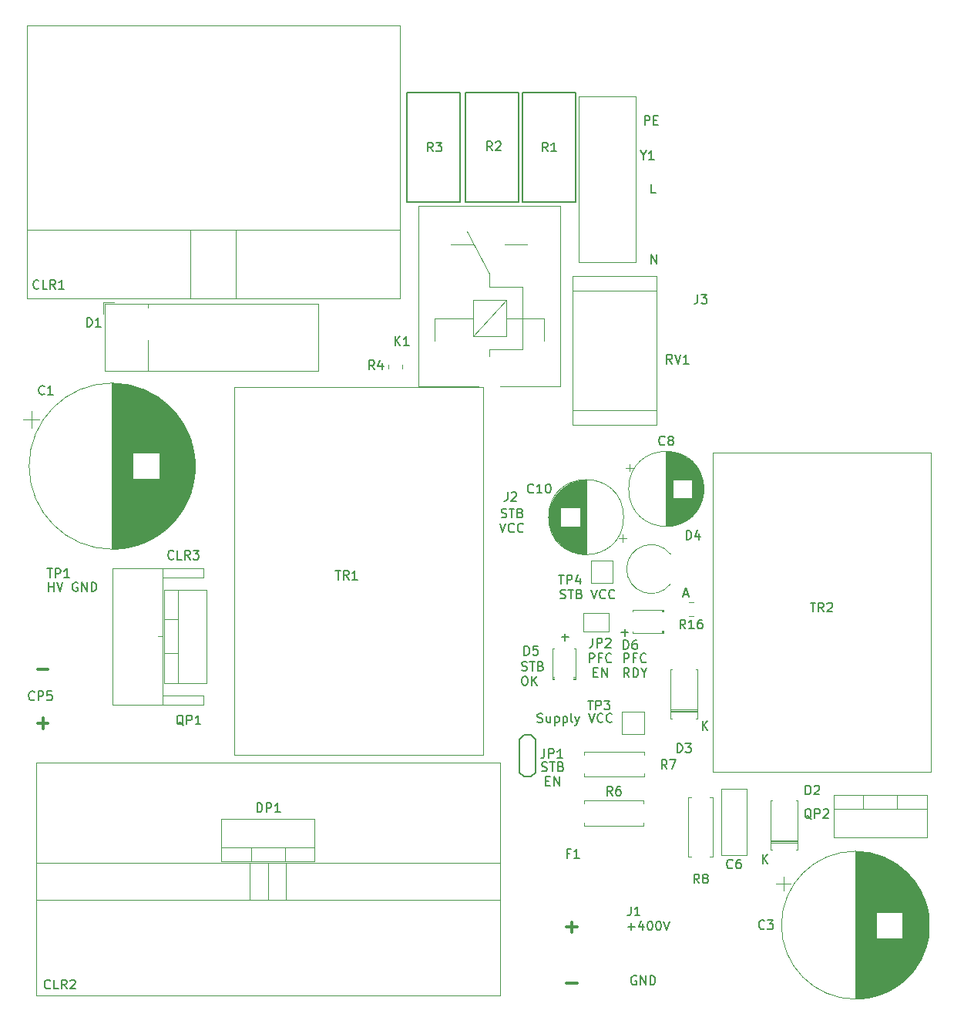
<source format=gbr>
%TF.GenerationSoftware,KiCad,Pcbnew,8.0.1-8.0.1-1~ubuntu22.04.1*%
%TF.CreationDate,2024-04-06T20:35:09+03:00*%
%TF.ProjectId,supply-uv,73757070-6c79-42d7-9576-2e6b69636164,rev?*%
%TF.SameCoordinates,Original*%
%TF.FileFunction,Legend,Top*%
%TF.FilePolarity,Positive*%
%FSLAX46Y46*%
G04 Gerber Fmt 4.6, Leading zero omitted, Abs format (unit mm)*
G04 Created by KiCad (PCBNEW 8.0.1-8.0.1-1~ubuntu22.04.1) date 2024-04-06 20:35:09*
%MOMM*%
%LPD*%
G01*
G04 APERTURE LIST*
%ADD10C,0.150000*%
%ADD11C,0.300000*%
%ADD12C,0.120000*%
G04 APERTURE END LIST*
D10*
X129109524Y-106759875D02*
X129109524Y-105759875D01*
X129109524Y-105759875D02*
X129490476Y-105759875D01*
X129490476Y-105759875D02*
X129585714Y-105807494D01*
X129585714Y-105807494D02*
X129633333Y-105855113D01*
X129633333Y-105855113D02*
X129680952Y-105950351D01*
X129680952Y-105950351D02*
X129680952Y-106093208D01*
X129680952Y-106093208D02*
X129633333Y-106188446D01*
X129633333Y-106188446D02*
X129585714Y-106236065D01*
X129585714Y-106236065D02*
X129490476Y-106283684D01*
X129490476Y-106283684D02*
X129109524Y-106283684D01*
X130442857Y-106236065D02*
X130109524Y-106236065D01*
X130109524Y-106759875D02*
X130109524Y-105759875D01*
X130109524Y-105759875D02*
X130585714Y-105759875D01*
X131538095Y-106664636D02*
X131490476Y-106712256D01*
X131490476Y-106712256D02*
X131347619Y-106759875D01*
X131347619Y-106759875D02*
X131252381Y-106759875D01*
X131252381Y-106759875D02*
X131109524Y-106712256D01*
X131109524Y-106712256D02*
X131014286Y-106617017D01*
X131014286Y-106617017D02*
X130966667Y-106521779D01*
X130966667Y-106521779D02*
X130919048Y-106331303D01*
X130919048Y-106331303D02*
X130919048Y-106188446D01*
X130919048Y-106188446D02*
X130966667Y-105997970D01*
X130966667Y-105997970D02*
X131014286Y-105902732D01*
X131014286Y-105902732D02*
X131109524Y-105807494D01*
X131109524Y-105807494D02*
X131252381Y-105759875D01*
X131252381Y-105759875D02*
X131347619Y-105759875D01*
X131347619Y-105759875D02*
X131490476Y-105807494D01*
X131490476Y-105807494D02*
X131538095Y-105855113D01*
X129680952Y-108369819D02*
X129347619Y-107893628D01*
X129109524Y-108369819D02*
X129109524Y-107369819D01*
X129109524Y-107369819D02*
X129490476Y-107369819D01*
X129490476Y-107369819D02*
X129585714Y-107417438D01*
X129585714Y-107417438D02*
X129633333Y-107465057D01*
X129633333Y-107465057D02*
X129680952Y-107560295D01*
X129680952Y-107560295D02*
X129680952Y-107703152D01*
X129680952Y-107703152D02*
X129633333Y-107798390D01*
X129633333Y-107798390D02*
X129585714Y-107846009D01*
X129585714Y-107846009D02*
X129490476Y-107893628D01*
X129490476Y-107893628D02*
X129109524Y-107893628D01*
X130109524Y-108369819D02*
X130109524Y-107369819D01*
X130109524Y-107369819D02*
X130347619Y-107369819D01*
X130347619Y-107369819D02*
X130490476Y-107417438D01*
X130490476Y-107417438D02*
X130585714Y-107512676D01*
X130585714Y-107512676D02*
X130633333Y-107607914D01*
X130633333Y-107607914D02*
X130680952Y-107798390D01*
X130680952Y-107798390D02*
X130680952Y-107941247D01*
X130680952Y-107941247D02*
X130633333Y-108131723D01*
X130633333Y-108131723D02*
X130585714Y-108226961D01*
X130585714Y-108226961D02*
X130490476Y-108322200D01*
X130490476Y-108322200D02*
X130347619Y-108369819D01*
X130347619Y-108369819D02*
X130109524Y-108369819D01*
X131300000Y-107893628D02*
X131300000Y-108369819D01*
X130966667Y-107369819D02*
X131300000Y-107893628D01*
X131300000Y-107893628D02*
X131633333Y-107369819D01*
D11*
X65845489Y-107529400D02*
X64702632Y-107529400D01*
X123945489Y-135829400D02*
X122802632Y-135829400D01*
X123374060Y-136400828D02*
X123374060Y-135257971D01*
D10*
X117889160Y-107612256D02*
X118032017Y-107659875D01*
X118032017Y-107659875D02*
X118270112Y-107659875D01*
X118270112Y-107659875D02*
X118365350Y-107612256D01*
X118365350Y-107612256D02*
X118412969Y-107564636D01*
X118412969Y-107564636D02*
X118460588Y-107469398D01*
X118460588Y-107469398D02*
X118460588Y-107374160D01*
X118460588Y-107374160D02*
X118412969Y-107278922D01*
X118412969Y-107278922D02*
X118365350Y-107231303D01*
X118365350Y-107231303D02*
X118270112Y-107183684D01*
X118270112Y-107183684D02*
X118079636Y-107136065D01*
X118079636Y-107136065D02*
X117984398Y-107088446D01*
X117984398Y-107088446D02*
X117936779Y-107040827D01*
X117936779Y-107040827D02*
X117889160Y-106945589D01*
X117889160Y-106945589D02*
X117889160Y-106850351D01*
X117889160Y-106850351D02*
X117936779Y-106755113D01*
X117936779Y-106755113D02*
X117984398Y-106707494D01*
X117984398Y-106707494D02*
X118079636Y-106659875D01*
X118079636Y-106659875D02*
X118317731Y-106659875D01*
X118317731Y-106659875D02*
X118460588Y-106707494D01*
X118746303Y-106659875D02*
X119317731Y-106659875D01*
X119032017Y-107659875D02*
X119032017Y-106659875D01*
X119984398Y-107136065D02*
X120127255Y-107183684D01*
X120127255Y-107183684D02*
X120174874Y-107231303D01*
X120174874Y-107231303D02*
X120222493Y-107326541D01*
X120222493Y-107326541D02*
X120222493Y-107469398D01*
X120222493Y-107469398D02*
X120174874Y-107564636D01*
X120174874Y-107564636D02*
X120127255Y-107612256D01*
X120127255Y-107612256D02*
X120032017Y-107659875D01*
X120032017Y-107659875D02*
X119651065Y-107659875D01*
X119651065Y-107659875D02*
X119651065Y-106659875D01*
X119651065Y-106659875D02*
X119984398Y-106659875D01*
X119984398Y-106659875D02*
X120079636Y-106707494D01*
X120079636Y-106707494D02*
X120127255Y-106755113D01*
X120127255Y-106755113D02*
X120174874Y-106850351D01*
X120174874Y-106850351D02*
X120174874Y-106945589D01*
X120174874Y-106945589D02*
X120127255Y-107040827D01*
X120127255Y-107040827D02*
X120079636Y-107088446D01*
X120079636Y-107088446D02*
X119984398Y-107136065D01*
X119984398Y-107136065D02*
X119651065Y-107136065D01*
X118127255Y-108269819D02*
X118317731Y-108269819D01*
X118317731Y-108269819D02*
X118412969Y-108317438D01*
X118412969Y-108317438D02*
X118508207Y-108412676D01*
X118508207Y-108412676D02*
X118555826Y-108603152D01*
X118555826Y-108603152D02*
X118555826Y-108936485D01*
X118555826Y-108936485D02*
X118508207Y-109126961D01*
X118508207Y-109126961D02*
X118412969Y-109222200D01*
X118412969Y-109222200D02*
X118317731Y-109269819D01*
X118317731Y-109269819D02*
X118127255Y-109269819D01*
X118127255Y-109269819D02*
X118032017Y-109222200D01*
X118032017Y-109222200D02*
X117936779Y-109126961D01*
X117936779Y-109126961D02*
X117889160Y-108936485D01*
X117889160Y-108936485D02*
X117889160Y-108603152D01*
X117889160Y-108603152D02*
X117936779Y-108412676D01*
X117936779Y-108412676D02*
X118032017Y-108317438D01*
X118032017Y-108317438D02*
X118127255Y-108269819D01*
X118984398Y-109269819D02*
X118984398Y-108269819D01*
X119555826Y-109269819D02*
X119127255Y-108698390D01*
X119555826Y-108269819D02*
X118984398Y-108841247D01*
X130460588Y-141204938D02*
X130365350Y-141157319D01*
X130365350Y-141157319D02*
X130222493Y-141157319D01*
X130222493Y-141157319D02*
X130079636Y-141204938D01*
X130079636Y-141204938D02*
X129984398Y-141300176D01*
X129984398Y-141300176D02*
X129936779Y-141395414D01*
X129936779Y-141395414D02*
X129889160Y-141585890D01*
X129889160Y-141585890D02*
X129889160Y-141728747D01*
X129889160Y-141728747D02*
X129936779Y-141919223D01*
X129936779Y-141919223D02*
X129984398Y-142014461D01*
X129984398Y-142014461D02*
X130079636Y-142109700D01*
X130079636Y-142109700D02*
X130222493Y-142157319D01*
X130222493Y-142157319D02*
X130317731Y-142157319D01*
X130317731Y-142157319D02*
X130460588Y-142109700D01*
X130460588Y-142109700D02*
X130508207Y-142062080D01*
X130508207Y-142062080D02*
X130508207Y-141728747D01*
X130508207Y-141728747D02*
X130317731Y-141728747D01*
X130936779Y-142157319D02*
X130936779Y-141157319D01*
X130936779Y-141157319D02*
X131508207Y-142157319D01*
X131508207Y-142157319D02*
X131508207Y-141157319D01*
X131984398Y-142157319D02*
X131984398Y-141157319D01*
X131984398Y-141157319D02*
X132222493Y-141157319D01*
X132222493Y-141157319D02*
X132365350Y-141204938D01*
X132365350Y-141204938D02*
X132460588Y-141300176D01*
X132460588Y-141300176D02*
X132508207Y-141395414D01*
X132508207Y-141395414D02*
X132555826Y-141585890D01*
X132555826Y-141585890D02*
X132555826Y-141728747D01*
X132555826Y-141728747D02*
X132508207Y-141919223D01*
X132508207Y-141919223D02*
X132460588Y-142014461D01*
X132460588Y-142014461D02*
X132365350Y-142109700D01*
X132365350Y-142109700D02*
X132222493Y-142157319D01*
X132222493Y-142157319D02*
X131984398Y-142157319D01*
X120083333Y-118662256D02*
X120226190Y-118709875D01*
X120226190Y-118709875D02*
X120464285Y-118709875D01*
X120464285Y-118709875D02*
X120559523Y-118662256D01*
X120559523Y-118662256D02*
X120607142Y-118614636D01*
X120607142Y-118614636D02*
X120654761Y-118519398D01*
X120654761Y-118519398D02*
X120654761Y-118424160D01*
X120654761Y-118424160D02*
X120607142Y-118328922D01*
X120607142Y-118328922D02*
X120559523Y-118281303D01*
X120559523Y-118281303D02*
X120464285Y-118233684D01*
X120464285Y-118233684D02*
X120273809Y-118186065D01*
X120273809Y-118186065D02*
X120178571Y-118138446D01*
X120178571Y-118138446D02*
X120130952Y-118090827D01*
X120130952Y-118090827D02*
X120083333Y-117995589D01*
X120083333Y-117995589D02*
X120083333Y-117900351D01*
X120083333Y-117900351D02*
X120130952Y-117805113D01*
X120130952Y-117805113D02*
X120178571Y-117757494D01*
X120178571Y-117757494D02*
X120273809Y-117709875D01*
X120273809Y-117709875D02*
X120511904Y-117709875D01*
X120511904Y-117709875D02*
X120654761Y-117757494D01*
X120940476Y-117709875D02*
X121511904Y-117709875D01*
X121226190Y-118709875D02*
X121226190Y-117709875D01*
X122178571Y-118186065D02*
X122321428Y-118233684D01*
X122321428Y-118233684D02*
X122369047Y-118281303D01*
X122369047Y-118281303D02*
X122416666Y-118376541D01*
X122416666Y-118376541D02*
X122416666Y-118519398D01*
X122416666Y-118519398D02*
X122369047Y-118614636D01*
X122369047Y-118614636D02*
X122321428Y-118662256D01*
X122321428Y-118662256D02*
X122226190Y-118709875D01*
X122226190Y-118709875D02*
X121845238Y-118709875D01*
X121845238Y-118709875D02*
X121845238Y-117709875D01*
X121845238Y-117709875D02*
X122178571Y-117709875D01*
X122178571Y-117709875D02*
X122273809Y-117757494D01*
X122273809Y-117757494D02*
X122321428Y-117805113D01*
X122321428Y-117805113D02*
X122369047Y-117900351D01*
X122369047Y-117900351D02*
X122369047Y-117995589D01*
X122369047Y-117995589D02*
X122321428Y-118090827D01*
X122321428Y-118090827D02*
X122273809Y-118138446D01*
X122273809Y-118138446D02*
X122178571Y-118186065D01*
X122178571Y-118186065D02*
X121845238Y-118186065D01*
X120511905Y-119796009D02*
X120845238Y-119796009D01*
X120988095Y-120319819D02*
X120511905Y-120319819D01*
X120511905Y-120319819D02*
X120511905Y-119319819D01*
X120511905Y-119319819D02*
X120988095Y-119319819D01*
X121416667Y-120319819D02*
X121416667Y-119319819D01*
X121416667Y-119319819D02*
X121988095Y-120319819D01*
X121988095Y-120319819D02*
X121988095Y-119319819D01*
X128836779Y-103488866D02*
X129598684Y-103488866D01*
X129217731Y-103869819D02*
X129217731Y-103107914D01*
X131386779Y-47719819D02*
X131386779Y-46719819D01*
X131386779Y-46719819D02*
X131767731Y-46719819D01*
X131767731Y-46719819D02*
X131862969Y-46767438D01*
X131862969Y-46767438D02*
X131910588Y-46815057D01*
X131910588Y-46815057D02*
X131958207Y-46910295D01*
X131958207Y-46910295D02*
X131958207Y-47053152D01*
X131958207Y-47053152D02*
X131910588Y-47148390D01*
X131910588Y-47148390D02*
X131862969Y-47196009D01*
X131862969Y-47196009D02*
X131767731Y-47243628D01*
X131767731Y-47243628D02*
X131386779Y-47243628D01*
X132386779Y-47196009D02*
X132720112Y-47196009D01*
X132862969Y-47719819D02*
X132386779Y-47719819D01*
X132386779Y-47719819D02*
X132386779Y-46719819D01*
X132386779Y-46719819D02*
X132862969Y-46719819D01*
D11*
X123945489Y-141929400D02*
X122802632Y-141929400D01*
D10*
X115633333Y-90812256D02*
X115776190Y-90859875D01*
X115776190Y-90859875D02*
X116014285Y-90859875D01*
X116014285Y-90859875D02*
X116109523Y-90812256D01*
X116109523Y-90812256D02*
X116157142Y-90764636D01*
X116157142Y-90764636D02*
X116204761Y-90669398D01*
X116204761Y-90669398D02*
X116204761Y-90574160D01*
X116204761Y-90574160D02*
X116157142Y-90478922D01*
X116157142Y-90478922D02*
X116109523Y-90431303D01*
X116109523Y-90431303D02*
X116014285Y-90383684D01*
X116014285Y-90383684D02*
X115823809Y-90336065D01*
X115823809Y-90336065D02*
X115728571Y-90288446D01*
X115728571Y-90288446D02*
X115680952Y-90240827D01*
X115680952Y-90240827D02*
X115633333Y-90145589D01*
X115633333Y-90145589D02*
X115633333Y-90050351D01*
X115633333Y-90050351D02*
X115680952Y-89955113D01*
X115680952Y-89955113D02*
X115728571Y-89907494D01*
X115728571Y-89907494D02*
X115823809Y-89859875D01*
X115823809Y-89859875D02*
X116061904Y-89859875D01*
X116061904Y-89859875D02*
X116204761Y-89907494D01*
X116490476Y-89859875D02*
X117061904Y-89859875D01*
X116776190Y-90859875D02*
X116776190Y-89859875D01*
X117728571Y-90336065D02*
X117871428Y-90383684D01*
X117871428Y-90383684D02*
X117919047Y-90431303D01*
X117919047Y-90431303D02*
X117966666Y-90526541D01*
X117966666Y-90526541D02*
X117966666Y-90669398D01*
X117966666Y-90669398D02*
X117919047Y-90764636D01*
X117919047Y-90764636D02*
X117871428Y-90812256D01*
X117871428Y-90812256D02*
X117776190Y-90859875D01*
X117776190Y-90859875D02*
X117395238Y-90859875D01*
X117395238Y-90859875D02*
X117395238Y-89859875D01*
X117395238Y-89859875D02*
X117728571Y-89859875D01*
X117728571Y-89859875D02*
X117823809Y-89907494D01*
X117823809Y-89907494D02*
X117871428Y-89955113D01*
X117871428Y-89955113D02*
X117919047Y-90050351D01*
X117919047Y-90050351D02*
X117919047Y-90145589D01*
X117919047Y-90145589D02*
X117871428Y-90240827D01*
X117871428Y-90240827D02*
X117823809Y-90288446D01*
X117823809Y-90288446D02*
X117728571Y-90336065D01*
X117728571Y-90336065D02*
X117395238Y-90336065D01*
X115466667Y-91469819D02*
X115800000Y-92469819D01*
X115800000Y-92469819D02*
X116133333Y-91469819D01*
X117038095Y-92374580D02*
X116990476Y-92422200D01*
X116990476Y-92422200D02*
X116847619Y-92469819D01*
X116847619Y-92469819D02*
X116752381Y-92469819D01*
X116752381Y-92469819D02*
X116609524Y-92422200D01*
X116609524Y-92422200D02*
X116514286Y-92326961D01*
X116514286Y-92326961D02*
X116466667Y-92231723D01*
X116466667Y-92231723D02*
X116419048Y-92041247D01*
X116419048Y-92041247D02*
X116419048Y-91898390D01*
X116419048Y-91898390D02*
X116466667Y-91707914D01*
X116466667Y-91707914D02*
X116514286Y-91612676D01*
X116514286Y-91612676D02*
X116609524Y-91517438D01*
X116609524Y-91517438D02*
X116752381Y-91469819D01*
X116752381Y-91469819D02*
X116847619Y-91469819D01*
X116847619Y-91469819D02*
X116990476Y-91517438D01*
X116990476Y-91517438D02*
X117038095Y-91565057D01*
X118038095Y-92374580D02*
X117990476Y-92422200D01*
X117990476Y-92422200D02*
X117847619Y-92469819D01*
X117847619Y-92469819D02*
X117752381Y-92469819D01*
X117752381Y-92469819D02*
X117609524Y-92422200D01*
X117609524Y-92422200D02*
X117514286Y-92326961D01*
X117514286Y-92326961D02*
X117466667Y-92231723D01*
X117466667Y-92231723D02*
X117419048Y-92041247D01*
X117419048Y-92041247D02*
X117419048Y-91898390D01*
X117419048Y-91898390D02*
X117466667Y-91707914D01*
X117466667Y-91707914D02*
X117514286Y-91612676D01*
X117514286Y-91612676D02*
X117609524Y-91517438D01*
X117609524Y-91517438D02*
X117752381Y-91469819D01*
X117752381Y-91469819D02*
X117847619Y-91469819D01*
X117847619Y-91469819D02*
X117990476Y-91517438D01*
X117990476Y-91517438D02*
X118038095Y-91565057D01*
D11*
X65845489Y-113429400D02*
X64702632Y-113429400D01*
X65274060Y-114000828D02*
X65274060Y-112857971D01*
D10*
X129536779Y-135776366D02*
X130298684Y-135776366D01*
X129917731Y-136157319D02*
X129917731Y-135395414D01*
X131203445Y-135490652D02*
X131203445Y-136157319D01*
X130965350Y-135109700D02*
X130727255Y-135823985D01*
X130727255Y-135823985D02*
X131346302Y-135823985D01*
X131917731Y-135157319D02*
X132012969Y-135157319D01*
X132012969Y-135157319D02*
X132108207Y-135204938D01*
X132108207Y-135204938D02*
X132155826Y-135252557D01*
X132155826Y-135252557D02*
X132203445Y-135347795D01*
X132203445Y-135347795D02*
X132251064Y-135538271D01*
X132251064Y-135538271D02*
X132251064Y-135776366D01*
X132251064Y-135776366D02*
X132203445Y-135966842D01*
X132203445Y-135966842D02*
X132155826Y-136062080D01*
X132155826Y-136062080D02*
X132108207Y-136109700D01*
X132108207Y-136109700D02*
X132012969Y-136157319D01*
X132012969Y-136157319D02*
X131917731Y-136157319D01*
X131917731Y-136157319D02*
X131822493Y-136109700D01*
X131822493Y-136109700D02*
X131774874Y-136062080D01*
X131774874Y-136062080D02*
X131727255Y-135966842D01*
X131727255Y-135966842D02*
X131679636Y-135776366D01*
X131679636Y-135776366D02*
X131679636Y-135538271D01*
X131679636Y-135538271D02*
X131727255Y-135347795D01*
X131727255Y-135347795D02*
X131774874Y-135252557D01*
X131774874Y-135252557D02*
X131822493Y-135204938D01*
X131822493Y-135204938D02*
X131917731Y-135157319D01*
X132870112Y-135157319D02*
X132965350Y-135157319D01*
X132965350Y-135157319D02*
X133060588Y-135204938D01*
X133060588Y-135204938D02*
X133108207Y-135252557D01*
X133108207Y-135252557D02*
X133155826Y-135347795D01*
X133155826Y-135347795D02*
X133203445Y-135538271D01*
X133203445Y-135538271D02*
X133203445Y-135776366D01*
X133203445Y-135776366D02*
X133155826Y-135966842D01*
X133155826Y-135966842D02*
X133108207Y-136062080D01*
X133108207Y-136062080D02*
X133060588Y-136109700D01*
X133060588Y-136109700D02*
X132965350Y-136157319D01*
X132965350Y-136157319D02*
X132870112Y-136157319D01*
X132870112Y-136157319D02*
X132774874Y-136109700D01*
X132774874Y-136109700D02*
X132727255Y-136062080D01*
X132727255Y-136062080D02*
X132679636Y-135966842D01*
X132679636Y-135966842D02*
X132632017Y-135776366D01*
X132632017Y-135776366D02*
X132632017Y-135538271D01*
X132632017Y-135538271D02*
X132679636Y-135347795D01*
X132679636Y-135347795D02*
X132727255Y-135252557D01*
X132727255Y-135252557D02*
X132774874Y-135204938D01*
X132774874Y-135204938D02*
X132870112Y-135157319D01*
X133489160Y-135157319D02*
X133822493Y-136157319D01*
X133822493Y-136157319D02*
X134155826Y-135157319D01*
X122236779Y-103988866D02*
X122998684Y-103988866D01*
X122617731Y-104369819D02*
X122617731Y-103607914D01*
X132612969Y-55219819D02*
X132136779Y-55219819D01*
X132136779Y-55219819D02*
X132136779Y-54219819D01*
X125309524Y-106759875D02*
X125309524Y-105759875D01*
X125309524Y-105759875D02*
X125690476Y-105759875D01*
X125690476Y-105759875D02*
X125785714Y-105807494D01*
X125785714Y-105807494D02*
X125833333Y-105855113D01*
X125833333Y-105855113D02*
X125880952Y-105950351D01*
X125880952Y-105950351D02*
X125880952Y-106093208D01*
X125880952Y-106093208D02*
X125833333Y-106188446D01*
X125833333Y-106188446D02*
X125785714Y-106236065D01*
X125785714Y-106236065D02*
X125690476Y-106283684D01*
X125690476Y-106283684D02*
X125309524Y-106283684D01*
X126642857Y-106236065D02*
X126309524Y-106236065D01*
X126309524Y-106759875D02*
X126309524Y-105759875D01*
X126309524Y-105759875D02*
X126785714Y-105759875D01*
X127738095Y-106664636D02*
X127690476Y-106712256D01*
X127690476Y-106712256D02*
X127547619Y-106759875D01*
X127547619Y-106759875D02*
X127452381Y-106759875D01*
X127452381Y-106759875D02*
X127309524Y-106712256D01*
X127309524Y-106712256D02*
X127214286Y-106617017D01*
X127214286Y-106617017D02*
X127166667Y-106521779D01*
X127166667Y-106521779D02*
X127119048Y-106331303D01*
X127119048Y-106331303D02*
X127119048Y-106188446D01*
X127119048Y-106188446D02*
X127166667Y-105997970D01*
X127166667Y-105997970D02*
X127214286Y-105902732D01*
X127214286Y-105902732D02*
X127309524Y-105807494D01*
X127309524Y-105807494D02*
X127452381Y-105759875D01*
X127452381Y-105759875D02*
X127547619Y-105759875D01*
X127547619Y-105759875D02*
X127690476Y-105807494D01*
X127690476Y-105807494D02*
X127738095Y-105855113D01*
X125761905Y-107846009D02*
X126095238Y-107846009D01*
X126238095Y-108369819D02*
X125761905Y-108369819D01*
X125761905Y-108369819D02*
X125761905Y-107369819D01*
X125761905Y-107369819D02*
X126238095Y-107369819D01*
X126666667Y-108369819D02*
X126666667Y-107369819D01*
X126666667Y-107369819D02*
X127238095Y-108369819D01*
X127238095Y-108369819D02*
X127238095Y-107369819D01*
X132136779Y-62969819D02*
X132136779Y-61969819D01*
X132136779Y-61969819D02*
X132708207Y-62969819D01*
X132708207Y-62969819D02*
X132708207Y-61969819D01*
X65738095Y-96454819D02*
X66309523Y-96454819D01*
X66023809Y-97454819D02*
X66023809Y-96454819D01*
X66642857Y-97454819D02*
X66642857Y-96454819D01*
X66642857Y-96454819D02*
X67023809Y-96454819D01*
X67023809Y-96454819D02*
X67119047Y-96502438D01*
X67119047Y-96502438D02*
X67166666Y-96550057D01*
X67166666Y-96550057D02*
X67214285Y-96645295D01*
X67214285Y-96645295D02*
X67214285Y-96788152D01*
X67214285Y-96788152D02*
X67166666Y-96883390D01*
X67166666Y-96883390D02*
X67119047Y-96931009D01*
X67119047Y-96931009D02*
X67023809Y-96978628D01*
X67023809Y-96978628D02*
X66642857Y-96978628D01*
X68166666Y-97454819D02*
X67595238Y-97454819D01*
X67880952Y-97454819D02*
X67880952Y-96454819D01*
X67880952Y-96454819D02*
X67785714Y-96597676D01*
X67785714Y-96597676D02*
X67690476Y-96692914D01*
X67690476Y-96692914D02*
X67595238Y-96740533D01*
X65880952Y-98954819D02*
X65880952Y-97954819D01*
X65880952Y-98431009D02*
X66452380Y-98431009D01*
X66452380Y-98954819D02*
X66452380Y-97954819D01*
X66785714Y-97954819D02*
X67119047Y-98954819D01*
X67119047Y-98954819D02*
X67452380Y-97954819D01*
X69071428Y-98002438D02*
X68976190Y-97954819D01*
X68976190Y-97954819D02*
X68833333Y-97954819D01*
X68833333Y-97954819D02*
X68690476Y-98002438D01*
X68690476Y-98002438D02*
X68595238Y-98097676D01*
X68595238Y-98097676D02*
X68547619Y-98192914D01*
X68547619Y-98192914D02*
X68500000Y-98383390D01*
X68500000Y-98383390D02*
X68500000Y-98526247D01*
X68500000Y-98526247D02*
X68547619Y-98716723D01*
X68547619Y-98716723D02*
X68595238Y-98811961D01*
X68595238Y-98811961D02*
X68690476Y-98907200D01*
X68690476Y-98907200D02*
X68833333Y-98954819D01*
X68833333Y-98954819D02*
X68928571Y-98954819D01*
X68928571Y-98954819D02*
X69071428Y-98907200D01*
X69071428Y-98907200D02*
X69119047Y-98859580D01*
X69119047Y-98859580D02*
X69119047Y-98526247D01*
X69119047Y-98526247D02*
X68928571Y-98526247D01*
X69547619Y-98954819D02*
X69547619Y-97954819D01*
X69547619Y-97954819D02*
X70119047Y-98954819D01*
X70119047Y-98954819D02*
X70119047Y-97954819D01*
X70595238Y-98954819D02*
X70595238Y-97954819D01*
X70595238Y-97954819D02*
X70833333Y-97954819D01*
X70833333Y-97954819D02*
X70976190Y-98002438D01*
X70976190Y-98002438D02*
X71071428Y-98097676D01*
X71071428Y-98097676D02*
X71119047Y-98192914D01*
X71119047Y-98192914D02*
X71166666Y-98383390D01*
X71166666Y-98383390D02*
X71166666Y-98526247D01*
X71166666Y-98526247D02*
X71119047Y-98716723D01*
X71119047Y-98716723D02*
X71071428Y-98811961D01*
X71071428Y-98811961D02*
X70976190Y-98907200D01*
X70976190Y-98907200D02*
X70833333Y-98954819D01*
X70833333Y-98954819D02*
X70595238Y-98954819D01*
X125666666Y-104104819D02*
X125666666Y-104819104D01*
X125666666Y-104819104D02*
X125619047Y-104961961D01*
X125619047Y-104961961D02*
X125523809Y-105057200D01*
X125523809Y-105057200D02*
X125380952Y-105104819D01*
X125380952Y-105104819D02*
X125285714Y-105104819D01*
X126142857Y-105104819D02*
X126142857Y-104104819D01*
X126142857Y-104104819D02*
X126523809Y-104104819D01*
X126523809Y-104104819D02*
X126619047Y-104152438D01*
X126619047Y-104152438D02*
X126666666Y-104200057D01*
X126666666Y-104200057D02*
X126714285Y-104295295D01*
X126714285Y-104295295D02*
X126714285Y-104438152D01*
X126714285Y-104438152D02*
X126666666Y-104533390D01*
X126666666Y-104533390D02*
X126619047Y-104581009D01*
X126619047Y-104581009D02*
X126523809Y-104628628D01*
X126523809Y-104628628D02*
X126142857Y-104628628D01*
X127095238Y-104200057D02*
X127142857Y-104152438D01*
X127142857Y-104152438D02*
X127238095Y-104104819D01*
X127238095Y-104104819D02*
X127476190Y-104104819D01*
X127476190Y-104104819D02*
X127571428Y-104152438D01*
X127571428Y-104152438D02*
X127619047Y-104200057D01*
X127619047Y-104200057D02*
X127666666Y-104295295D01*
X127666666Y-104295295D02*
X127666666Y-104390533D01*
X127666666Y-104390533D02*
X127619047Y-104533390D01*
X127619047Y-104533390D02*
X127047619Y-105104819D01*
X127047619Y-105104819D02*
X127666666Y-105104819D01*
X149704761Y-123950057D02*
X149609523Y-123902438D01*
X149609523Y-123902438D02*
X149514285Y-123807200D01*
X149514285Y-123807200D02*
X149371428Y-123664342D01*
X149371428Y-123664342D02*
X149276190Y-123616723D01*
X149276190Y-123616723D02*
X149180952Y-123616723D01*
X149228571Y-123854819D02*
X149133333Y-123807200D01*
X149133333Y-123807200D02*
X149038095Y-123711961D01*
X149038095Y-123711961D02*
X148990476Y-123521485D01*
X148990476Y-123521485D02*
X148990476Y-123188152D01*
X148990476Y-123188152D02*
X149038095Y-122997676D01*
X149038095Y-122997676D02*
X149133333Y-122902438D01*
X149133333Y-122902438D02*
X149228571Y-122854819D01*
X149228571Y-122854819D02*
X149419047Y-122854819D01*
X149419047Y-122854819D02*
X149514285Y-122902438D01*
X149514285Y-122902438D02*
X149609523Y-122997676D01*
X149609523Y-122997676D02*
X149657142Y-123188152D01*
X149657142Y-123188152D02*
X149657142Y-123521485D01*
X149657142Y-123521485D02*
X149609523Y-123711961D01*
X149609523Y-123711961D02*
X149514285Y-123807200D01*
X149514285Y-123807200D02*
X149419047Y-123854819D01*
X149419047Y-123854819D02*
X149228571Y-123854819D01*
X150085714Y-123854819D02*
X150085714Y-122854819D01*
X150085714Y-122854819D02*
X150466666Y-122854819D01*
X150466666Y-122854819D02*
X150561904Y-122902438D01*
X150561904Y-122902438D02*
X150609523Y-122950057D01*
X150609523Y-122950057D02*
X150657142Y-123045295D01*
X150657142Y-123045295D02*
X150657142Y-123188152D01*
X150657142Y-123188152D02*
X150609523Y-123283390D01*
X150609523Y-123283390D02*
X150561904Y-123331009D01*
X150561904Y-123331009D02*
X150466666Y-123378628D01*
X150466666Y-123378628D02*
X150085714Y-123378628D01*
X151038095Y-122950057D02*
X151085714Y-122902438D01*
X151085714Y-122902438D02*
X151180952Y-122854819D01*
X151180952Y-122854819D02*
X151419047Y-122854819D01*
X151419047Y-122854819D02*
X151514285Y-122902438D01*
X151514285Y-122902438D02*
X151561904Y-122950057D01*
X151561904Y-122950057D02*
X151609523Y-123045295D01*
X151609523Y-123045295D02*
X151609523Y-123140533D01*
X151609523Y-123140533D02*
X151561904Y-123283390D01*
X151561904Y-123283390D02*
X150990476Y-123854819D01*
X150990476Y-123854819D02*
X151609523Y-123854819D01*
X101683333Y-74592319D02*
X101350000Y-74116128D01*
X101111905Y-74592319D02*
X101111905Y-73592319D01*
X101111905Y-73592319D02*
X101492857Y-73592319D01*
X101492857Y-73592319D02*
X101588095Y-73639938D01*
X101588095Y-73639938D02*
X101635714Y-73687557D01*
X101635714Y-73687557D02*
X101683333Y-73782795D01*
X101683333Y-73782795D02*
X101683333Y-73925652D01*
X101683333Y-73925652D02*
X101635714Y-74020890D01*
X101635714Y-74020890D02*
X101588095Y-74068509D01*
X101588095Y-74068509D02*
X101492857Y-74116128D01*
X101492857Y-74116128D02*
X101111905Y-74116128D01*
X102540476Y-73925652D02*
X102540476Y-74592319D01*
X102302381Y-73544700D02*
X102064286Y-74258985D01*
X102064286Y-74258985D02*
X102683333Y-74258985D01*
X121938095Y-97154819D02*
X122509523Y-97154819D01*
X122223809Y-98154819D02*
X122223809Y-97154819D01*
X122842857Y-98154819D02*
X122842857Y-97154819D01*
X122842857Y-97154819D02*
X123223809Y-97154819D01*
X123223809Y-97154819D02*
X123319047Y-97202438D01*
X123319047Y-97202438D02*
X123366666Y-97250057D01*
X123366666Y-97250057D02*
X123414285Y-97345295D01*
X123414285Y-97345295D02*
X123414285Y-97488152D01*
X123414285Y-97488152D02*
X123366666Y-97583390D01*
X123366666Y-97583390D02*
X123319047Y-97631009D01*
X123319047Y-97631009D02*
X123223809Y-97678628D01*
X123223809Y-97678628D02*
X122842857Y-97678628D01*
X124271428Y-97488152D02*
X124271428Y-98154819D01*
X124033333Y-97107200D02*
X123795238Y-97821485D01*
X123795238Y-97821485D02*
X124414285Y-97821485D01*
X122123809Y-99707200D02*
X122266666Y-99754819D01*
X122266666Y-99754819D02*
X122504761Y-99754819D01*
X122504761Y-99754819D02*
X122599999Y-99707200D01*
X122599999Y-99707200D02*
X122647618Y-99659580D01*
X122647618Y-99659580D02*
X122695237Y-99564342D01*
X122695237Y-99564342D02*
X122695237Y-99469104D01*
X122695237Y-99469104D02*
X122647618Y-99373866D01*
X122647618Y-99373866D02*
X122599999Y-99326247D01*
X122599999Y-99326247D02*
X122504761Y-99278628D01*
X122504761Y-99278628D02*
X122314285Y-99231009D01*
X122314285Y-99231009D02*
X122219047Y-99183390D01*
X122219047Y-99183390D02*
X122171428Y-99135771D01*
X122171428Y-99135771D02*
X122123809Y-99040533D01*
X122123809Y-99040533D02*
X122123809Y-98945295D01*
X122123809Y-98945295D02*
X122171428Y-98850057D01*
X122171428Y-98850057D02*
X122219047Y-98802438D01*
X122219047Y-98802438D02*
X122314285Y-98754819D01*
X122314285Y-98754819D02*
X122552380Y-98754819D01*
X122552380Y-98754819D02*
X122695237Y-98802438D01*
X122980952Y-98754819D02*
X123552380Y-98754819D01*
X123266666Y-99754819D02*
X123266666Y-98754819D01*
X124219047Y-99231009D02*
X124361904Y-99278628D01*
X124361904Y-99278628D02*
X124409523Y-99326247D01*
X124409523Y-99326247D02*
X124457142Y-99421485D01*
X124457142Y-99421485D02*
X124457142Y-99564342D01*
X124457142Y-99564342D02*
X124409523Y-99659580D01*
X124409523Y-99659580D02*
X124361904Y-99707200D01*
X124361904Y-99707200D02*
X124266666Y-99754819D01*
X124266666Y-99754819D02*
X123885714Y-99754819D01*
X123885714Y-99754819D02*
X123885714Y-98754819D01*
X123885714Y-98754819D02*
X124219047Y-98754819D01*
X124219047Y-98754819D02*
X124314285Y-98802438D01*
X124314285Y-98802438D02*
X124361904Y-98850057D01*
X124361904Y-98850057D02*
X124409523Y-98945295D01*
X124409523Y-98945295D02*
X124409523Y-99040533D01*
X124409523Y-99040533D02*
X124361904Y-99135771D01*
X124361904Y-99135771D02*
X124314285Y-99183390D01*
X124314285Y-99183390D02*
X124219047Y-99231009D01*
X124219047Y-99231009D02*
X123885714Y-99231009D01*
X125504762Y-98754819D02*
X125838095Y-99754819D01*
X125838095Y-99754819D02*
X126171428Y-98754819D01*
X127076190Y-99659580D02*
X127028571Y-99707200D01*
X127028571Y-99707200D02*
X126885714Y-99754819D01*
X126885714Y-99754819D02*
X126790476Y-99754819D01*
X126790476Y-99754819D02*
X126647619Y-99707200D01*
X126647619Y-99707200D02*
X126552381Y-99611961D01*
X126552381Y-99611961D02*
X126504762Y-99516723D01*
X126504762Y-99516723D02*
X126457143Y-99326247D01*
X126457143Y-99326247D02*
X126457143Y-99183390D01*
X126457143Y-99183390D02*
X126504762Y-98992914D01*
X126504762Y-98992914D02*
X126552381Y-98897676D01*
X126552381Y-98897676D02*
X126647619Y-98802438D01*
X126647619Y-98802438D02*
X126790476Y-98754819D01*
X126790476Y-98754819D02*
X126885714Y-98754819D01*
X126885714Y-98754819D02*
X127028571Y-98802438D01*
X127028571Y-98802438D02*
X127076190Y-98850057D01*
X128076190Y-99659580D02*
X128028571Y-99707200D01*
X128028571Y-99707200D02*
X127885714Y-99754819D01*
X127885714Y-99754819D02*
X127790476Y-99754819D01*
X127790476Y-99754819D02*
X127647619Y-99707200D01*
X127647619Y-99707200D02*
X127552381Y-99611961D01*
X127552381Y-99611961D02*
X127504762Y-99516723D01*
X127504762Y-99516723D02*
X127457143Y-99326247D01*
X127457143Y-99326247D02*
X127457143Y-99183390D01*
X127457143Y-99183390D02*
X127504762Y-98992914D01*
X127504762Y-98992914D02*
X127552381Y-98897676D01*
X127552381Y-98897676D02*
X127647619Y-98802438D01*
X127647619Y-98802438D02*
X127790476Y-98754819D01*
X127790476Y-98754819D02*
X127885714Y-98754819D01*
X127885714Y-98754819D02*
X128028571Y-98802438D01*
X128028571Y-98802438D02*
X128076190Y-98850057D01*
X70111905Y-69892319D02*
X70111905Y-68892319D01*
X70111905Y-68892319D02*
X70350000Y-68892319D01*
X70350000Y-68892319D02*
X70492857Y-68939938D01*
X70492857Y-68939938D02*
X70588095Y-69035176D01*
X70588095Y-69035176D02*
X70635714Y-69130414D01*
X70635714Y-69130414D02*
X70683333Y-69320890D01*
X70683333Y-69320890D02*
X70683333Y-69463747D01*
X70683333Y-69463747D02*
X70635714Y-69654223D01*
X70635714Y-69654223D02*
X70588095Y-69749461D01*
X70588095Y-69749461D02*
X70492857Y-69844700D01*
X70492857Y-69844700D02*
X70350000Y-69892319D01*
X70350000Y-69892319D02*
X70111905Y-69892319D01*
X71635714Y-69892319D02*
X71064286Y-69892319D01*
X71350000Y-69892319D02*
X71350000Y-68892319D01*
X71350000Y-68892319D02*
X71254762Y-69035176D01*
X71254762Y-69035176D02*
X71159524Y-69130414D01*
X71159524Y-69130414D02*
X71064286Y-69178033D01*
X137383333Y-131004819D02*
X137050000Y-130528628D01*
X136811905Y-131004819D02*
X136811905Y-130004819D01*
X136811905Y-130004819D02*
X137192857Y-130004819D01*
X137192857Y-130004819D02*
X137288095Y-130052438D01*
X137288095Y-130052438D02*
X137335714Y-130100057D01*
X137335714Y-130100057D02*
X137383333Y-130195295D01*
X137383333Y-130195295D02*
X137383333Y-130338152D01*
X137383333Y-130338152D02*
X137335714Y-130433390D01*
X137335714Y-130433390D02*
X137288095Y-130481009D01*
X137288095Y-130481009D02*
X137192857Y-130528628D01*
X137192857Y-130528628D02*
X136811905Y-130528628D01*
X137954762Y-130433390D02*
X137859524Y-130385771D01*
X137859524Y-130385771D02*
X137811905Y-130338152D01*
X137811905Y-130338152D02*
X137764286Y-130242914D01*
X137764286Y-130242914D02*
X137764286Y-130195295D01*
X137764286Y-130195295D02*
X137811905Y-130100057D01*
X137811905Y-130100057D02*
X137859524Y-130052438D01*
X137859524Y-130052438D02*
X137954762Y-130004819D01*
X137954762Y-130004819D02*
X138145238Y-130004819D01*
X138145238Y-130004819D02*
X138240476Y-130052438D01*
X138240476Y-130052438D02*
X138288095Y-130100057D01*
X138288095Y-130100057D02*
X138335714Y-130195295D01*
X138335714Y-130195295D02*
X138335714Y-130242914D01*
X138335714Y-130242914D02*
X138288095Y-130338152D01*
X138288095Y-130338152D02*
X138240476Y-130385771D01*
X138240476Y-130385771D02*
X138145238Y-130433390D01*
X138145238Y-130433390D02*
X137954762Y-130433390D01*
X137954762Y-130433390D02*
X137859524Y-130481009D01*
X137859524Y-130481009D02*
X137811905Y-130528628D01*
X137811905Y-130528628D02*
X137764286Y-130623866D01*
X137764286Y-130623866D02*
X137764286Y-130814342D01*
X137764286Y-130814342D02*
X137811905Y-130909580D01*
X137811905Y-130909580D02*
X137859524Y-130957200D01*
X137859524Y-130957200D02*
X137954762Y-131004819D01*
X137954762Y-131004819D02*
X138145238Y-131004819D01*
X138145238Y-131004819D02*
X138240476Y-130957200D01*
X138240476Y-130957200D02*
X138288095Y-130909580D01*
X138288095Y-130909580D02*
X138335714Y-130814342D01*
X138335714Y-130814342D02*
X138335714Y-130623866D01*
X138335714Y-130623866D02*
X138288095Y-130528628D01*
X138288095Y-130528628D02*
X138240476Y-130481009D01*
X138240476Y-130481009D02*
X138145238Y-130433390D01*
X88811905Y-123192319D02*
X88811905Y-122192319D01*
X88811905Y-122192319D02*
X89050000Y-122192319D01*
X89050000Y-122192319D02*
X89192857Y-122239938D01*
X89192857Y-122239938D02*
X89288095Y-122335176D01*
X89288095Y-122335176D02*
X89335714Y-122430414D01*
X89335714Y-122430414D02*
X89383333Y-122620890D01*
X89383333Y-122620890D02*
X89383333Y-122763747D01*
X89383333Y-122763747D02*
X89335714Y-122954223D01*
X89335714Y-122954223D02*
X89288095Y-123049461D01*
X89288095Y-123049461D02*
X89192857Y-123144700D01*
X89192857Y-123144700D02*
X89050000Y-123192319D01*
X89050000Y-123192319D02*
X88811905Y-123192319D01*
X89811905Y-123192319D02*
X89811905Y-122192319D01*
X89811905Y-122192319D02*
X90192857Y-122192319D01*
X90192857Y-122192319D02*
X90288095Y-122239938D01*
X90288095Y-122239938D02*
X90335714Y-122287557D01*
X90335714Y-122287557D02*
X90383333Y-122382795D01*
X90383333Y-122382795D02*
X90383333Y-122525652D01*
X90383333Y-122525652D02*
X90335714Y-122620890D01*
X90335714Y-122620890D02*
X90288095Y-122668509D01*
X90288095Y-122668509D02*
X90192857Y-122716128D01*
X90192857Y-122716128D02*
X89811905Y-122716128D01*
X91335714Y-123192319D02*
X90764286Y-123192319D01*
X91050000Y-123192319D02*
X91050000Y-122192319D01*
X91050000Y-122192319D02*
X90954762Y-122335176D01*
X90954762Y-122335176D02*
X90859524Y-122430414D01*
X90859524Y-122430414D02*
X90764286Y-122478033D01*
X129061905Y-105304819D02*
X129061905Y-104304819D01*
X129061905Y-104304819D02*
X129300000Y-104304819D01*
X129300000Y-104304819D02*
X129442857Y-104352438D01*
X129442857Y-104352438D02*
X129538095Y-104447676D01*
X129538095Y-104447676D02*
X129585714Y-104542914D01*
X129585714Y-104542914D02*
X129633333Y-104733390D01*
X129633333Y-104733390D02*
X129633333Y-104876247D01*
X129633333Y-104876247D02*
X129585714Y-105066723D01*
X129585714Y-105066723D02*
X129538095Y-105161961D01*
X129538095Y-105161961D02*
X129442857Y-105257200D01*
X129442857Y-105257200D02*
X129300000Y-105304819D01*
X129300000Y-105304819D02*
X129061905Y-105304819D01*
X130490476Y-104304819D02*
X130300000Y-104304819D01*
X130300000Y-104304819D02*
X130204762Y-104352438D01*
X130204762Y-104352438D02*
X130157143Y-104400057D01*
X130157143Y-104400057D02*
X130061905Y-104542914D01*
X130061905Y-104542914D02*
X130014286Y-104733390D01*
X130014286Y-104733390D02*
X130014286Y-105114342D01*
X130014286Y-105114342D02*
X130061905Y-105209580D01*
X130061905Y-105209580D02*
X130109524Y-105257200D01*
X130109524Y-105257200D02*
X130204762Y-105304819D01*
X130204762Y-105304819D02*
X130395238Y-105304819D01*
X130395238Y-105304819D02*
X130490476Y-105257200D01*
X130490476Y-105257200D02*
X130538095Y-105209580D01*
X130538095Y-105209580D02*
X130585714Y-105114342D01*
X130585714Y-105114342D02*
X130585714Y-104876247D01*
X130585714Y-104876247D02*
X130538095Y-104781009D01*
X130538095Y-104781009D02*
X130490476Y-104733390D01*
X130490476Y-104733390D02*
X130395238Y-104685771D01*
X130395238Y-104685771D02*
X130204762Y-104685771D01*
X130204762Y-104685771D02*
X130109524Y-104733390D01*
X130109524Y-104733390D02*
X130061905Y-104781009D01*
X130061905Y-104781009D02*
X130014286Y-104876247D01*
X118161905Y-105954819D02*
X118161905Y-104954819D01*
X118161905Y-104954819D02*
X118400000Y-104954819D01*
X118400000Y-104954819D02*
X118542857Y-105002438D01*
X118542857Y-105002438D02*
X118638095Y-105097676D01*
X118638095Y-105097676D02*
X118685714Y-105192914D01*
X118685714Y-105192914D02*
X118733333Y-105383390D01*
X118733333Y-105383390D02*
X118733333Y-105526247D01*
X118733333Y-105526247D02*
X118685714Y-105716723D01*
X118685714Y-105716723D02*
X118638095Y-105811961D01*
X118638095Y-105811961D02*
X118542857Y-105907200D01*
X118542857Y-105907200D02*
X118400000Y-105954819D01*
X118400000Y-105954819D02*
X118161905Y-105954819D01*
X119638095Y-104954819D02*
X119161905Y-104954819D01*
X119161905Y-104954819D02*
X119114286Y-105431009D01*
X119114286Y-105431009D02*
X119161905Y-105383390D01*
X119161905Y-105383390D02*
X119257143Y-105335771D01*
X119257143Y-105335771D02*
X119495238Y-105335771D01*
X119495238Y-105335771D02*
X119590476Y-105383390D01*
X119590476Y-105383390D02*
X119638095Y-105431009D01*
X119638095Y-105431009D02*
X119685714Y-105526247D01*
X119685714Y-105526247D02*
X119685714Y-105764342D01*
X119685714Y-105764342D02*
X119638095Y-105859580D01*
X119638095Y-105859580D02*
X119590476Y-105907200D01*
X119590476Y-105907200D02*
X119495238Y-105954819D01*
X119495238Y-105954819D02*
X119257143Y-105954819D01*
X119257143Y-105954819D02*
X119161905Y-105907200D01*
X119161905Y-105907200D02*
X119114286Y-105859580D01*
X64828571Y-65659580D02*
X64780952Y-65707200D01*
X64780952Y-65707200D02*
X64638095Y-65754819D01*
X64638095Y-65754819D02*
X64542857Y-65754819D01*
X64542857Y-65754819D02*
X64400000Y-65707200D01*
X64400000Y-65707200D02*
X64304762Y-65611961D01*
X64304762Y-65611961D02*
X64257143Y-65516723D01*
X64257143Y-65516723D02*
X64209524Y-65326247D01*
X64209524Y-65326247D02*
X64209524Y-65183390D01*
X64209524Y-65183390D02*
X64257143Y-64992914D01*
X64257143Y-64992914D02*
X64304762Y-64897676D01*
X64304762Y-64897676D02*
X64400000Y-64802438D01*
X64400000Y-64802438D02*
X64542857Y-64754819D01*
X64542857Y-64754819D02*
X64638095Y-64754819D01*
X64638095Y-64754819D02*
X64780952Y-64802438D01*
X64780952Y-64802438D02*
X64828571Y-64850057D01*
X65733333Y-65754819D02*
X65257143Y-65754819D01*
X65257143Y-65754819D02*
X65257143Y-64754819D01*
X66638095Y-65754819D02*
X66304762Y-65278628D01*
X66066667Y-65754819D02*
X66066667Y-64754819D01*
X66066667Y-64754819D02*
X66447619Y-64754819D01*
X66447619Y-64754819D02*
X66542857Y-64802438D01*
X66542857Y-64802438D02*
X66590476Y-64850057D01*
X66590476Y-64850057D02*
X66638095Y-64945295D01*
X66638095Y-64945295D02*
X66638095Y-65088152D01*
X66638095Y-65088152D02*
X66590476Y-65183390D01*
X66590476Y-65183390D02*
X66542857Y-65231009D01*
X66542857Y-65231009D02*
X66447619Y-65278628D01*
X66447619Y-65278628D02*
X66066667Y-65278628D01*
X67590476Y-65754819D02*
X67019048Y-65754819D01*
X67304762Y-65754819D02*
X67304762Y-64754819D01*
X67304762Y-64754819D02*
X67209524Y-64897676D01*
X67209524Y-64897676D02*
X67114286Y-64992914D01*
X67114286Y-64992914D02*
X67019048Y-65040533D01*
X134961905Y-116654819D02*
X134961905Y-115654819D01*
X134961905Y-115654819D02*
X135200000Y-115654819D01*
X135200000Y-115654819D02*
X135342857Y-115702438D01*
X135342857Y-115702438D02*
X135438095Y-115797676D01*
X135438095Y-115797676D02*
X135485714Y-115892914D01*
X135485714Y-115892914D02*
X135533333Y-116083390D01*
X135533333Y-116083390D02*
X135533333Y-116226247D01*
X135533333Y-116226247D02*
X135485714Y-116416723D01*
X135485714Y-116416723D02*
X135438095Y-116511961D01*
X135438095Y-116511961D02*
X135342857Y-116607200D01*
X135342857Y-116607200D02*
X135200000Y-116654819D01*
X135200000Y-116654819D02*
X134961905Y-116654819D01*
X135866667Y-115654819D02*
X136485714Y-115654819D01*
X136485714Y-115654819D02*
X136152381Y-116035771D01*
X136152381Y-116035771D02*
X136295238Y-116035771D01*
X136295238Y-116035771D02*
X136390476Y-116083390D01*
X136390476Y-116083390D02*
X136438095Y-116131009D01*
X136438095Y-116131009D02*
X136485714Y-116226247D01*
X136485714Y-116226247D02*
X136485714Y-116464342D01*
X136485714Y-116464342D02*
X136438095Y-116559580D01*
X136438095Y-116559580D02*
X136390476Y-116607200D01*
X136390476Y-116607200D02*
X136295238Y-116654819D01*
X136295238Y-116654819D02*
X136009524Y-116654819D01*
X136009524Y-116654819D02*
X135914286Y-116607200D01*
X135914286Y-116607200D02*
X135866667Y-116559580D01*
X137738095Y-114192319D02*
X137738095Y-113192319D01*
X138309523Y-114192319D02*
X137880952Y-113620890D01*
X138309523Y-113192319D02*
X137738095Y-113763747D01*
X144533333Y-135959580D02*
X144485714Y-136007200D01*
X144485714Y-136007200D02*
X144342857Y-136054819D01*
X144342857Y-136054819D02*
X144247619Y-136054819D01*
X144247619Y-136054819D02*
X144104762Y-136007200D01*
X144104762Y-136007200D02*
X144009524Y-135911961D01*
X144009524Y-135911961D02*
X143961905Y-135816723D01*
X143961905Y-135816723D02*
X143914286Y-135626247D01*
X143914286Y-135626247D02*
X143914286Y-135483390D01*
X143914286Y-135483390D02*
X143961905Y-135292914D01*
X143961905Y-135292914D02*
X144009524Y-135197676D01*
X144009524Y-135197676D02*
X144104762Y-135102438D01*
X144104762Y-135102438D02*
X144247619Y-135054819D01*
X144247619Y-135054819D02*
X144342857Y-135054819D01*
X144342857Y-135054819D02*
X144485714Y-135102438D01*
X144485714Y-135102438D02*
X144533333Y-135150057D01*
X144866667Y-135054819D02*
X145485714Y-135054819D01*
X145485714Y-135054819D02*
X145152381Y-135435771D01*
X145152381Y-135435771D02*
X145295238Y-135435771D01*
X145295238Y-135435771D02*
X145390476Y-135483390D01*
X145390476Y-135483390D02*
X145438095Y-135531009D01*
X145438095Y-135531009D02*
X145485714Y-135626247D01*
X145485714Y-135626247D02*
X145485714Y-135864342D01*
X145485714Y-135864342D02*
X145438095Y-135959580D01*
X145438095Y-135959580D02*
X145390476Y-136007200D01*
X145390476Y-136007200D02*
X145295238Y-136054819D01*
X145295238Y-136054819D02*
X145009524Y-136054819D01*
X145009524Y-136054819D02*
X144914286Y-136007200D01*
X144914286Y-136007200D02*
X144866667Y-135959580D01*
X80704761Y-113650057D02*
X80609523Y-113602438D01*
X80609523Y-113602438D02*
X80514285Y-113507200D01*
X80514285Y-113507200D02*
X80371428Y-113364342D01*
X80371428Y-113364342D02*
X80276190Y-113316723D01*
X80276190Y-113316723D02*
X80180952Y-113316723D01*
X80228571Y-113554819D02*
X80133333Y-113507200D01*
X80133333Y-113507200D02*
X80038095Y-113411961D01*
X80038095Y-113411961D02*
X79990476Y-113221485D01*
X79990476Y-113221485D02*
X79990476Y-112888152D01*
X79990476Y-112888152D02*
X80038095Y-112697676D01*
X80038095Y-112697676D02*
X80133333Y-112602438D01*
X80133333Y-112602438D02*
X80228571Y-112554819D01*
X80228571Y-112554819D02*
X80419047Y-112554819D01*
X80419047Y-112554819D02*
X80514285Y-112602438D01*
X80514285Y-112602438D02*
X80609523Y-112697676D01*
X80609523Y-112697676D02*
X80657142Y-112888152D01*
X80657142Y-112888152D02*
X80657142Y-113221485D01*
X80657142Y-113221485D02*
X80609523Y-113411961D01*
X80609523Y-113411961D02*
X80514285Y-113507200D01*
X80514285Y-113507200D02*
X80419047Y-113554819D01*
X80419047Y-113554819D02*
X80228571Y-113554819D01*
X81085714Y-113554819D02*
X81085714Y-112554819D01*
X81085714Y-112554819D02*
X81466666Y-112554819D01*
X81466666Y-112554819D02*
X81561904Y-112602438D01*
X81561904Y-112602438D02*
X81609523Y-112650057D01*
X81609523Y-112650057D02*
X81657142Y-112745295D01*
X81657142Y-112745295D02*
X81657142Y-112888152D01*
X81657142Y-112888152D02*
X81609523Y-112983390D01*
X81609523Y-112983390D02*
X81561904Y-113031009D01*
X81561904Y-113031009D02*
X81466666Y-113078628D01*
X81466666Y-113078628D02*
X81085714Y-113078628D01*
X82609523Y-113554819D02*
X82038095Y-113554819D01*
X82323809Y-113554819D02*
X82323809Y-112554819D01*
X82323809Y-112554819D02*
X82228571Y-112697676D01*
X82228571Y-112697676D02*
X82133333Y-112792914D01*
X82133333Y-112792914D02*
X82038095Y-112840533D01*
X133583333Y-82809580D02*
X133535714Y-82857200D01*
X133535714Y-82857200D02*
X133392857Y-82904819D01*
X133392857Y-82904819D02*
X133297619Y-82904819D01*
X133297619Y-82904819D02*
X133154762Y-82857200D01*
X133154762Y-82857200D02*
X133059524Y-82761961D01*
X133059524Y-82761961D02*
X133011905Y-82666723D01*
X133011905Y-82666723D02*
X132964286Y-82476247D01*
X132964286Y-82476247D02*
X132964286Y-82333390D01*
X132964286Y-82333390D02*
X133011905Y-82142914D01*
X133011905Y-82142914D02*
X133059524Y-82047676D01*
X133059524Y-82047676D02*
X133154762Y-81952438D01*
X133154762Y-81952438D02*
X133297619Y-81904819D01*
X133297619Y-81904819D02*
X133392857Y-81904819D01*
X133392857Y-81904819D02*
X133535714Y-81952438D01*
X133535714Y-81952438D02*
X133583333Y-82000057D01*
X134154762Y-82333390D02*
X134059524Y-82285771D01*
X134059524Y-82285771D02*
X134011905Y-82238152D01*
X134011905Y-82238152D02*
X133964286Y-82142914D01*
X133964286Y-82142914D02*
X133964286Y-82095295D01*
X133964286Y-82095295D02*
X134011905Y-82000057D01*
X134011905Y-82000057D02*
X134059524Y-81952438D01*
X134059524Y-81952438D02*
X134154762Y-81904819D01*
X134154762Y-81904819D02*
X134345238Y-81904819D01*
X134345238Y-81904819D02*
X134440476Y-81952438D01*
X134440476Y-81952438D02*
X134488095Y-82000057D01*
X134488095Y-82000057D02*
X134535714Y-82095295D01*
X134535714Y-82095295D02*
X134535714Y-82142914D01*
X134535714Y-82142914D02*
X134488095Y-82238152D01*
X134488095Y-82238152D02*
X134440476Y-82285771D01*
X134440476Y-82285771D02*
X134345238Y-82333390D01*
X134345238Y-82333390D02*
X134154762Y-82333390D01*
X134154762Y-82333390D02*
X134059524Y-82381009D01*
X134059524Y-82381009D02*
X134011905Y-82428628D01*
X134011905Y-82428628D02*
X133964286Y-82523866D01*
X133964286Y-82523866D02*
X133964286Y-82714342D01*
X133964286Y-82714342D02*
X134011905Y-82809580D01*
X134011905Y-82809580D02*
X134059524Y-82857200D01*
X134059524Y-82857200D02*
X134154762Y-82904819D01*
X134154762Y-82904819D02*
X134345238Y-82904819D01*
X134345238Y-82904819D02*
X134440476Y-82857200D01*
X134440476Y-82857200D02*
X134488095Y-82809580D01*
X134488095Y-82809580D02*
X134535714Y-82714342D01*
X134535714Y-82714342D02*
X134535714Y-82523866D01*
X134535714Y-82523866D02*
X134488095Y-82428628D01*
X134488095Y-82428628D02*
X134440476Y-82381009D01*
X134440476Y-82381009D02*
X134345238Y-82333390D01*
X133833333Y-118454819D02*
X133500000Y-117978628D01*
X133261905Y-118454819D02*
X133261905Y-117454819D01*
X133261905Y-117454819D02*
X133642857Y-117454819D01*
X133642857Y-117454819D02*
X133738095Y-117502438D01*
X133738095Y-117502438D02*
X133785714Y-117550057D01*
X133785714Y-117550057D02*
X133833333Y-117645295D01*
X133833333Y-117645295D02*
X133833333Y-117788152D01*
X133833333Y-117788152D02*
X133785714Y-117883390D01*
X133785714Y-117883390D02*
X133738095Y-117931009D01*
X133738095Y-117931009D02*
X133642857Y-117978628D01*
X133642857Y-117978628D02*
X133261905Y-117978628D01*
X134166667Y-117454819D02*
X134833333Y-117454819D01*
X134833333Y-117454819D02*
X134404762Y-118454819D01*
X125138095Y-110954819D02*
X125709523Y-110954819D01*
X125423809Y-111954819D02*
X125423809Y-110954819D01*
X126042857Y-111954819D02*
X126042857Y-110954819D01*
X126042857Y-110954819D02*
X126423809Y-110954819D01*
X126423809Y-110954819D02*
X126519047Y-111002438D01*
X126519047Y-111002438D02*
X126566666Y-111050057D01*
X126566666Y-111050057D02*
X126614285Y-111145295D01*
X126614285Y-111145295D02*
X126614285Y-111288152D01*
X126614285Y-111288152D02*
X126566666Y-111383390D01*
X126566666Y-111383390D02*
X126519047Y-111431009D01*
X126519047Y-111431009D02*
X126423809Y-111478628D01*
X126423809Y-111478628D02*
X126042857Y-111478628D01*
X126947619Y-110954819D02*
X127566666Y-110954819D01*
X127566666Y-110954819D02*
X127233333Y-111335771D01*
X127233333Y-111335771D02*
X127376190Y-111335771D01*
X127376190Y-111335771D02*
X127471428Y-111383390D01*
X127471428Y-111383390D02*
X127519047Y-111431009D01*
X127519047Y-111431009D02*
X127566666Y-111526247D01*
X127566666Y-111526247D02*
X127566666Y-111764342D01*
X127566666Y-111764342D02*
X127519047Y-111859580D01*
X127519047Y-111859580D02*
X127471428Y-111907200D01*
X127471428Y-111907200D02*
X127376190Y-111954819D01*
X127376190Y-111954819D02*
X127090476Y-111954819D01*
X127090476Y-111954819D02*
X126995238Y-111907200D01*
X126995238Y-111907200D02*
X126947619Y-111859580D01*
X119604761Y-113307200D02*
X119747618Y-113354819D01*
X119747618Y-113354819D02*
X119985713Y-113354819D01*
X119985713Y-113354819D02*
X120080951Y-113307200D01*
X120080951Y-113307200D02*
X120128570Y-113259580D01*
X120128570Y-113259580D02*
X120176189Y-113164342D01*
X120176189Y-113164342D02*
X120176189Y-113069104D01*
X120176189Y-113069104D02*
X120128570Y-112973866D01*
X120128570Y-112973866D02*
X120080951Y-112926247D01*
X120080951Y-112926247D02*
X119985713Y-112878628D01*
X119985713Y-112878628D02*
X119795237Y-112831009D01*
X119795237Y-112831009D02*
X119699999Y-112783390D01*
X119699999Y-112783390D02*
X119652380Y-112735771D01*
X119652380Y-112735771D02*
X119604761Y-112640533D01*
X119604761Y-112640533D02*
X119604761Y-112545295D01*
X119604761Y-112545295D02*
X119652380Y-112450057D01*
X119652380Y-112450057D02*
X119699999Y-112402438D01*
X119699999Y-112402438D02*
X119795237Y-112354819D01*
X119795237Y-112354819D02*
X120033332Y-112354819D01*
X120033332Y-112354819D02*
X120176189Y-112402438D01*
X121033332Y-112688152D02*
X121033332Y-113354819D01*
X120604761Y-112688152D02*
X120604761Y-113211961D01*
X120604761Y-113211961D02*
X120652380Y-113307200D01*
X120652380Y-113307200D02*
X120747618Y-113354819D01*
X120747618Y-113354819D02*
X120890475Y-113354819D01*
X120890475Y-113354819D02*
X120985713Y-113307200D01*
X120985713Y-113307200D02*
X121033332Y-113259580D01*
X121509523Y-112688152D02*
X121509523Y-113688152D01*
X121509523Y-112735771D02*
X121604761Y-112688152D01*
X121604761Y-112688152D02*
X121795237Y-112688152D01*
X121795237Y-112688152D02*
X121890475Y-112735771D01*
X121890475Y-112735771D02*
X121938094Y-112783390D01*
X121938094Y-112783390D02*
X121985713Y-112878628D01*
X121985713Y-112878628D02*
X121985713Y-113164342D01*
X121985713Y-113164342D02*
X121938094Y-113259580D01*
X121938094Y-113259580D02*
X121890475Y-113307200D01*
X121890475Y-113307200D02*
X121795237Y-113354819D01*
X121795237Y-113354819D02*
X121604761Y-113354819D01*
X121604761Y-113354819D02*
X121509523Y-113307200D01*
X122414285Y-112688152D02*
X122414285Y-113688152D01*
X122414285Y-112735771D02*
X122509523Y-112688152D01*
X122509523Y-112688152D02*
X122699999Y-112688152D01*
X122699999Y-112688152D02*
X122795237Y-112735771D01*
X122795237Y-112735771D02*
X122842856Y-112783390D01*
X122842856Y-112783390D02*
X122890475Y-112878628D01*
X122890475Y-112878628D02*
X122890475Y-113164342D01*
X122890475Y-113164342D02*
X122842856Y-113259580D01*
X122842856Y-113259580D02*
X122795237Y-113307200D01*
X122795237Y-113307200D02*
X122699999Y-113354819D01*
X122699999Y-113354819D02*
X122509523Y-113354819D01*
X122509523Y-113354819D02*
X122414285Y-113307200D01*
X123461904Y-113354819D02*
X123366666Y-113307200D01*
X123366666Y-113307200D02*
X123319047Y-113211961D01*
X123319047Y-113211961D02*
X123319047Y-112354819D01*
X123747619Y-112688152D02*
X123985714Y-113354819D01*
X124223809Y-112688152D02*
X123985714Y-113354819D01*
X123985714Y-113354819D02*
X123890476Y-113592914D01*
X123890476Y-113592914D02*
X123842857Y-113640533D01*
X123842857Y-113640533D02*
X123747619Y-113688152D01*
X125223810Y-112354819D02*
X125557143Y-113354819D01*
X125557143Y-113354819D02*
X125890476Y-112354819D01*
X126795238Y-113259580D02*
X126747619Y-113307200D01*
X126747619Y-113307200D02*
X126604762Y-113354819D01*
X126604762Y-113354819D02*
X126509524Y-113354819D01*
X126509524Y-113354819D02*
X126366667Y-113307200D01*
X126366667Y-113307200D02*
X126271429Y-113211961D01*
X126271429Y-113211961D02*
X126223810Y-113116723D01*
X126223810Y-113116723D02*
X126176191Y-112926247D01*
X126176191Y-112926247D02*
X126176191Y-112783390D01*
X126176191Y-112783390D02*
X126223810Y-112592914D01*
X126223810Y-112592914D02*
X126271429Y-112497676D01*
X126271429Y-112497676D02*
X126366667Y-112402438D01*
X126366667Y-112402438D02*
X126509524Y-112354819D01*
X126509524Y-112354819D02*
X126604762Y-112354819D01*
X126604762Y-112354819D02*
X126747619Y-112402438D01*
X126747619Y-112402438D02*
X126795238Y-112450057D01*
X127795238Y-113259580D02*
X127747619Y-113307200D01*
X127747619Y-113307200D02*
X127604762Y-113354819D01*
X127604762Y-113354819D02*
X127509524Y-113354819D01*
X127509524Y-113354819D02*
X127366667Y-113307200D01*
X127366667Y-113307200D02*
X127271429Y-113211961D01*
X127271429Y-113211961D02*
X127223810Y-113116723D01*
X127223810Y-113116723D02*
X127176191Y-112926247D01*
X127176191Y-112926247D02*
X127176191Y-112783390D01*
X127176191Y-112783390D02*
X127223810Y-112592914D01*
X127223810Y-112592914D02*
X127271429Y-112497676D01*
X127271429Y-112497676D02*
X127366667Y-112402438D01*
X127366667Y-112402438D02*
X127509524Y-112354819D01*
X127509524Y-112354819D02*
X127604762Y-112354819D01*
X127604762Y-112354819D02*
X127747619Y-112402438D01*
X127747619Y-112402438D02*
X127795238Y-112450057D01*
X97398095Y-96662319D02*
X97969523Y-96662319D01*
X97683809Y-97662319D02*
X97683809Y-96662319D01*
X98874285Y-97662319D02*
X98540952Y-97186128D01*
X98302857Y-97662319D02*
X98302857Y-96662319D01*
X98302857Y-96662319D02*
X98683809Y-96662319D01*
X98683809Y-96662319D02*
X98779047Y-96709938D01*
X98779047Y-96709938D02*
X98826666Y-96757557D01*
X98826666Y-96757557D02*
X98874285Y-96852795D01*
X98874285Y-96852795D02*
X98874285Y-96995652D01*
X98874285Y-96995652D02*
X98826666Y-97090890D01*
X98826666Y-97090890D02*
X98779047Y-97138509D01*
X98779047Y-97138509D02*
X98683809Y-97186128D01*
X98683809Y-97186128D02*
X98302857Y-97186128D01*
X99826666Y-97662319D02*
X99255238Y-97662319D01*
X99540952Y-97662319D02*
X99540952Y-96662319D01*
X99540952Y-96662319D02*
X99445714Y-96805176D01*
X99445714Y-96805176D02*
X99350476Y-96900414D01*
X99350476Y-96900414D02*
X99255238Y-96948033D01*
X129866666Y-133554819D02*
X129866666Y-134269104D01*
X129866666Y-134269104D02*
X129819047Y-134411961D01*
X129819047Y-134411961D02*
X129723809Y-134507200D01*
X129723809Y-134507200D02*
X129580952Y-134554819D01*
X129580952Y-134554819D02*
X129485714Y-134554819D01*
X130866666Y-134554819D02*
X130295238Y-134554819D01*
X130580952Y-134554819D02*
X130580952Y-133554819D01*
X130580952Y-133554819D02*
X130485714Y-133697676D01*
X130485714Y-133697676D02*
X130390476Y-133792914D01*
X130390476Y-133792914D02*
X130295238Y-133840533D01*
X116316666Y-88054819D02*
X116316666Y-88769104D01*
X116316666Y-88769104D02*
X116269047Y-88911961D01*
X116269047Y-88911961D02*
X116173809Y-89007200D01*
X116173809Y-89007200D02*
X116030952Y-89054819D01*
X116030952Y-89054819D02*
X115935714Y-89054819D01*
X116745238Y-88150057D02*
X116792857Y-88102438D01*
X116792857Y-88102438D02*
X116888095Y-88054819D01*
X116888095Y-88054819D02*
X117126190Y-88054819D01*
X117126190Y-88054819D02*
X117221428Y-88102438D01*
X117221428Y-88102438D02*
X117269047Y-88150057D01*
X117269047Y-88150057D02*
X117316666Y-88245295D01*
X117316666Y-88245295D02*
X117316666Y-88340533D01*
X117316666Y-88340533D02*
X117269047Y-88483390D01*
X117269047Y-88483390D02*
X116697619Y-89054819D01*
X116697619Y-89054819D02*
X117316666Y-89054819D01*
X134404761Y-73954819D02*
X134071428Y-73478628D01*
X133833333Y-73954819D02*
X133833333Y-72954819D01*
X133833333Y-72954819D02*
X134214285Y-72954819D01*
X134214285Y-72954819D02*
X134309523Y-73002438D01*
X134309523Y-73002438D02*
X134357142Y-73050057D01*
X134357142Y-73050057D02*
X134404761Y-73145295D01*
X134404761Y-73145295D02*
X134404761Y-73288152D01*
X134404761Y-73288152D02*
X134357142Y-73383390D01*
X134357142Y-73383390D02*
X134309523Y-73431009D01*
X134309523Y-73431009D02*
X134214285Y-73478628D01*
X134214285Y-73478628D02*
X133833333Y-73478628D01*
X134690476Y-72954819D02*
X135023809Y-73954819D01*
X135023809Y-73954819D02*
X135357142Y-72954819D01*
X136214285Y-73954819D02*
X135642857Y-73954819D01*
X135928571Y-73954819D02*
X135928571Y-72954819D01*
X135928571Y-72954819D02*
X135833333Y-73097676D01*
X135833333Y-73097676D02*
X135738095Y-73192914D01*
X135738095Y-73192914D02*
X135642857Y-73240533D01*
X149588095Y-100192319D02*
X150159523Y-100192319D01*
X149873809Y-101192319D02*
X149873809Y-100192319D01*
X151064285Y-101192319D02*
X150730952Y-100716128D01*
X150492857Y-101192319D02*
X150492857Y-100192319D01*
X150492857Y-100192319D02*
X150873809Y-100192319D01*
X150873809Y-100192319D02*
X150969047Y-100239938D01*
X150969047Y-100239938D02*
X151016666Y-100287557D01*
X151016666Y-100287557D02*
X151064285Y-100382795D01*
X151064285Y-100382795D02*
X151064285Y-100525652D01*
X151064285Y-100525652D02*
X151016666Y-100620890D01*
X151016666Y-100620890D02*
X150969047Y-100668509D01*
X150969047Y-100668509D02*
X150873809Y-100716128D01*
X150873809Y-100716128D02*
X150492857Y-100716128D01*
X151445238Y-100287557D02*
X151492857Y-100239938D01*
X151492857Y-100239938D02*
X151588095Y-100192319D01*
X151588095Y-100192319D02*
X151826190Y-100192319D01*
X151826190Y-100192319D02*
X151921428Y-100239938D01*
X151921428Y-100239938D02*
X151969047Y-100287557D01*
X151969047Y-100287557D02*
X152016666Y-100382795D01*
X152016666Y-100382795D02*
X152016666Y-100478033D01*
X152016666Y-100478033D02*
X151969047Y-100620890D01*
X151969047Y-100620890D02*
X151397619Y-101192319D01*
X151397619Y-101192319D02*
X152016666Y-101192319D01*
X65433333Y-77259580D02*
X65385714Y-77307200D01*
X65385714Y-77307200D02*
X65242857Y-77354819D01*
X65242857Y-77354819D02*
X65147619Y-77354819D01*
X65147619Y-77354819D02*
X65004762Y-77307200D01*
X65004762Y-77307200D02*
X64909524Y-77211961D01*
X64909524Y-77211961D02*
X64861905Y-77116723D01*
X64861905Y-77116723D02*
X64814286Y-76926247D01*
X64814286Y-76926247D02*
X64814286Y-76783390D01*
X64814286Y-76783390D02*
X64861905Y-76592914D01*
X64861905Y-76592914D02*
X64909524Y-76497676D01*
X64909524Y-76497676D02*
X65004762Y-76402438D01*
X65004762Y-76402438D02*
X65147619Y-76354819D01*
X65147619Y-76354819D02*
X65242857Y-76354819D01*
X65242857Y-76354819D02*
X65385714Y-76402438D01*
X65385714Y-76402438D02*
X65433333Y-76450057D01*
X66385714Y-77354819D02*
X65814286Y-77354819D01*
X66100000Y-77354819D02*
X66100000Y-76354819D01*
X66100000Y-76354819D02*
X66004762Y-76497676D01*
X66004762Y-76497676D02*
X65909524Y-76592914D01*
X65909524Y-76592914D02*
X65814286Y-76640533D01*
X141033333Y-129297080D02*
X140985714Y-129344700D01*
X140985714Y-129344700D02*
X140842857Y-129392319D01*
X140842857Y-129392319D02*
X140747619Y-129392319D01*
X140747619Y-129392319D02*
X140604762Y-129344700D01*
X140604762Y-129344700D02*
X140509524Y-129249461D01*
X140509524Y-129249461D02*
X140461905Y-129154223D01*
X140461905Y-129154223D02*
X140414286Y-128963747D01*
X140414286Y-128963747D02*
X140414286Y-128820890D01*
X140414286Y-128820890D02*
X140461905Y-128630414D01*
X140461905Y-128630414D02*
X140509524Y-128535176D01*
X140509524Y-128535176D02*
X140604762Y-128439938D01*
X140604762Y-128439938D02*
X140747619Y-128392319D01*
X140747619Y-128392319D02*
X140842857Y-128392319D01*
X140842857Y-128392319D02*
X140985714Y-128439938D01*
X140985714Y-128439938D02*
X141033333Y-128487557D01*
X141890476Y-128392319D02*
X141700000Y-128392319D01*
X141700000Y-128392319D02*
X141604762Y-128439938D01*
X141604762Y-128439938D02*
X141557143Y-128487557D01*
X141557143Y-128487557D02*
X141461905Y-128630414D01*
X141461905Y-128630414D02*
X141414286Y-128820890D01*
X141414286Y-128820890D02*
X141414286Y-129201842D01*
X141414286Y-129201842D02*
X141461905Y-129297080D01*
X141461905Y-129297080D02*
X141509524Y-129344700D01*
X141509524Y-129344700D02*
X141604762Y-129392319D01*
X141604762Y-129392319D02*
X141795238Y-129392319D01*
X141795238Y-129392319D02*
X141890476Y-129344700D01*
X141890476Y-129344700D02*
X141938095Y-129297080D01*
X141938095Y-129297080D02*
X141985714Y-129201842D01*
X141985714Y-129201842D02*
X141985714Y-128963747D01*
X141985714Y-128963747D02*
X141938095Y-128868509D01*
X141938095Y-128868509D02*
X141890476Y-128820890D01*
X141890476Y-128820890D02*
X141795238Y-128773271D01*
X141795238Y-128773271D02*
X141604762Y-128773271D01*
X141604762Y-128773271D02*
X141509524Y-128820890D01*
X141509524Y-128820890D02*
X141461905Y-128868509D01*
X141461905Y-128868509D02*
X141414286Y-128963747D01*
X137216666Y-66354819D02*
X137216666Y-67069104D01*
X137216666Y-67069104D02*
X137169047Y-67211961D01*
X137169047Y-67211961D02*
X137073809Y-67307200D01*
X137073809Y-67307200D02*
X136930952Y-67354819D01*
X136930952Y-67354819D02*
X136835714Y-67354819D01*
X137597619Y-66354819D02*
X138216666Y-66354819D01*
X138216666Y-66354819D02*
X137883333Y-66735771D01*
X137883333Y-66735771D02*
X138026190Y-66735771D01*
X138026190Y-66735771D02*
X138121428Y-66783390D01*
X138121428Y-66783390D02*
X138169047Y-66831009D01*
X138169047Y-66831009D02*
X138216666Y-66926247D01*
X138216666Y-66926247D02*
X138216666Y-67164342D01*
X138216666Y-67164342D02*
X138169047Y-67259580D01*
X138169047Y-67259580D02*
X138121428Y-67307200D01*
X138121428Y-67307200D02*
X138026190Y-67354819D01*
X138026190Y-67354819D02*
X137740476Y-67354819D01*
X137740476Y-67354819D02*
X137645238Y-67307200D01*
X137645238Y-67307200D02*
X137597619Y-67259580D01*
X64333333Y-110822080D02*
X64285714Y-110869700D01*
X64285714Y-110869700D02*
X64142857Y-110917319D01*
X64142857Y-110917319D02*
X64047619Y-110917319D01*
X64047619Y-110917319D02*
X63904762Y-110869700D01*
X63904762Y-110869700D02*
X63809524Y-110774461D01*
X63809524Y-110774461D02*
X63761905Y-110679223D01*
X63761905Y-110679223D02*
X63714286Y-110488747D01*
X63714286Y-110488747D02*
X63714286Y-110345890D01*
X63714286Y-110345890D02*
X63761905Y-110155414D01*
X63761905Y-110155414D02*
X63809524Y-110060176D01*
X63809524Y-110060176D02*
X63904762Y-109964938D01*
X63904762Y-109964938D02*
X64047619Y-109917319D01*
X64047619Y-109917319D02*
X64142857Y-109917319D01*
X64142857Y-109917319D02*
X64285714Y-109964938D01*
X64285714Y-109964938D02*
X64333333Y-110012557D01*
X64761905Y-110917319D02*
X64761905Y-109917319D01*
X64761905Y-109917319D02*
X65142857Y-109917319D01*
X65142857Y-109917319D02*
X65238095Y-109964938D01*
X65238095Y-109964938D02*
X65285714Y-110012557D01*
X65285714Y-110012557D02*
X65333333Y-110107795D01*
X65333333Y-110107795D02*
X65333333Y-110250652D01*
X65333333Y-110250652D02*
X65285714Y-110345890D01*
X65285714Y-110345890D02*
X65238095Y-110393509D01*
X65238095Y-110393509D02*
X65142857Y-110441128D01*
X65142857Y-110441128D02*
X64761905Y-110441128D01*
X66238095Y-109917319D02*
X65761905Y-109917319D01*
X65761905Y-109917319D02*
X65714286Y-110393509D01*
X65714286Y-110393509D02*
X65761905Y-110345890D01*
X65761905Y-110345890D02*
X65857143Y-110298271D01*
X65857143Y-110298271D02*
X66095238Y-110298271D01*
X66095238Y-110298271D02*
X66190476Y-110345890D01*
X66190476Y-110345890D02*
X66238095Y-110393509D01*
X66238095Y-110393509D02*
X66285714Y-110488747D01*
X66285714Y-110488747D02*
X66285714Y-110726842D01*
X66285714Y-110726842D02*
X66238095Y-110822080D01*
X66238095Y-110822080D02*
X66190476Y-110869700D01*
X66190476Y-110869700D02*
X66095238Y-110917319D01*
X66095238Y-110917319D02*
X65857143Y-110917319D01*
X65857143Y-110917319D02*
X65761905Y-110869700D01*
X65761905Y-110869700D02*
X65714286Y-110822080D01*
X108133333Y-50654819D02*
X107800000Y-50178628D01*
X107561905Y-50654819D02*
X107561905Y-49654819D01*
X107561905Y-49654819D02*
X107942857Y-49654819D01*
X107942857Y-49654819D02*
X108038095Y-49702438D01*
X108038095Y-49702438D02*
X108085714Y-49750057D01*
X108085714Y-49750057D02*
X108133333Y-49845295D01*
X108133333Y-49845295D02*
X108133333Y-49988152D01*
X108133333Y-49988152D02*
X108085714Y-50083390D01*
X108085714Y-50083390D02*
X108038095Y-50131009D01*
X108038095Y-50131009D02*
X107942857Y-50178628D01*
X107942857Y-50178628D02*
X107561905Y-50178628D01*
X108466667Y-49654819D02*
X109085714Y-49654819D01*
X109085714Y-49654819D02*
X108752381Y-50035771D01*
X108752381Y-50035771D02*
X108895238Y-50035771D01*
X108895238Y-50035771D02*
X108990476Y-50083390D01*
X108990476Y-50083390D02*
X109038095Y-50131009D01*
X109038095Y-50131009D02*
X109085714Y-50226247D01*
X109085714Y-50226247D02*
X109085714Y-50464342D01*
X109085714Y-50464342D02*
X109038095Y-50559580D01*
X109038095Y-50559580D02*
X108990476Y-50607200D01*
X108990476Y-50607200D02*
X108895238Y-50654819D01*
X108895238Y-50654819D02*
X108609524Y-50654819D01*
X108609524Y-50654819D02*
X108514286Y-50607200D01*
X108514286Y-50607200D02*
X108466667Y-50559580D01*
X135961905Y-93254819D02*
X135961905Y-92254819D01*
X135961905Y-92254819D02*
X136200000Y-92254819D01*
X136200000Y-92254819D02*
X136342857Y-92302438D01*
X136342857Y-92302438D02*
X136438095Y-92397676D01*
X136438095Y-92397676D02*
X136485714Y-92492914D01*
X136485714Y-92492914D02*
X136533333Y-92683390D01*
X136533333Y-92683390D02*
X136533333Y-92826247D01*
X136533333Y-92826247D02*
X136485714Y-93016723D01*
X136485714Y-93016723D02*
X136438095Y-93111961D01*
X136438095Y-93111961D02*
X136342857Y-93207200D01*
X136342857Y-93207200D02*
X136200000Y-93254819D01*
X136200000Y-93254819D02*
X135961905Y-93254819D01*
X137390476Y-92588152D02*
X137390476Y-93254819D01*
X137152381Y-92207200D02*
X136914286Y-92921485D01*
X136914286Y-92921485D02*
X137533333Y-92921485D01*
X135666905Y-99269104D02*
X136143095Y-99269104D01*
X135571667Y-99554819D02*
X135905000Y-98554819D01*
X135905000Y-98554819D02*
X136238333Y-99554819D01*
X131223809Y-51078628D02*
X131223809Y-51554819D01*
X130890476Y-50554819D02*
X131223809Y-51078628D01*
X131223809Y-51078628D02*
X131557142Y-50554819D01*
X132414285Y-51554819D02*
X131842857Y-51554819D01*
X132128571Y-51554819D02*
X132128571Y-50554819D01*
X132128571Y-50554819D02*
X132033333Y-50697676D01*
X132033333Y-50697676D02*
X131938095Y-50792914D01*
X131938095Y-50792914D02*
X131842857Y-50840533D01*
X135857142Y-103054819D02*
X135523809Y-102578628D01*
X135285714Y-103054819D02*
X135285714Y-102054819D01*
X135285714Y-102054819D02*
X135666666Y-102054819D01*
X135666666Y-102054819D02*
X135761904Y-102102438D01*
X135761904Y-102102438D02*
X135809523Y-102150057D01*
X135809523Y-102150057D02*
X135857142Y-102245295D01*
X135857142Y-102245295D02*
X135857142Y-102388152D01*
X135857142Y-102388152D02*
X135809523Y-102483390D01*
X135809523Y-102483390D02*
X135761904Y-102531009D01*
X135761904Y-102531009D02*
X135666666Y-102578628D01*
X135666666Y-102578628D02*
X135285714Y-102578628D01*
X136809523Y-103054819D02*
X136238095Y-103054819D01*
X136523809Y-103054819D02*
X136523809Y-102054819D01*
X136523809Y-102054819D02*
X136428571Y-102197676D01*
X136428571Y-102197676D02*
X136333333Y-102292914D01*
X136333333Y-102292914D02*
X136238095Y-102340533D01*
X137666666Y-102054819D02*
X137476190Y-102054819D01*
X137476190Y-102054819D02*
X137380952Y-102102438D01*
X137380952Y-102102438D02*
X137333333Y-102150057D01*
X137333333Y-102150057D02*
X137238095Y-102292914D01*
X137238095Y-102292914D02*
X137190476Y-102483390D01*
X137190476Y-102483390D02*
X137190476Y-102864342D01*
X137190476Y-102864342D02*
X137238095Y-102959580D01*
X137238095Y-102959580D02*
X137285714Y-103007200D01*
X137285714Y-103007200D02*
X137380952Y-103054819D01*
X137380952Y-103054819D02*
X137571428Y-103054819D01*
X137571428Y-103054819D02*
X137666666Y-103007200D01*
X137666666Y-103007200D02*
X137714285Y-102959580D01*
X137714285Y-102959580D02*
X137761904Y-102864342D01*
X137761904Y-102864342D02*
X137761904Y-102626247D01*
X137761904Y-102626247D02*
X137714285Y-102531009D01*
X137714285Y-102531009D02*
X137666666Y-102483390D01*
X137666666Y-102483390D02*
X137571428Y-102435771D01*
X137571428Y-102435771D02*
X137380952Y-102435771D01*
X137380952Y-102435771D02*
X137285714Y-102483390D01*
X137285714Y-102483390D02*
X137238095Y-102531009D01*
X137238095Y-102531009D02*
X137190476Y-102626247D01*
X120733333Y-50654819D02*
X120400000Y-50178628D01*
X120161905Y-50654819D02*
X120161905Y-49654819D01*
X120161905Y-49654819D02*
X120542857Y-49654819D01*
X120542857Y-49654819D02*
X120638095Y-49702438D01*
X120638095Y-49702438D02*
X120685714Y-49750057D01*
X120685714Y-49750057D02*
X120733333Y-49845295D01*
X120733333Y-49845295D02*
X120733333Y-49988152D01*
X120733333Y-49988152D02*
X120685714Y-50083390D01*
X120685714Y-50083390D02*
X120638095Y-50131009D01*
X120638095Y-50131009D02*
X120542857Y-50178628D01*
X120542857Y-50178628D02*
X120161905Y-50178628D01*
X121685714Y-50654819D02*
X121114286Y-50654819D01*
X121400000Y-50654819D02*
X121400000Y-49654819D01*
X121400000Y-49654819D02*
X121304762Y-49797676D01*
X121304762Y-49797676D02*
X121209524Y-49892914D01*
X121209524Y-49892914D02*
X121114286Y-49940533D01*
X123166666Y-127718509D02*
X122833333Y-127718509D01*
X122833333Y-128242319D02*
X122833333Y-127242319D01*
X122833333Y-127242319D02*
X123309523Y-127242319D01*
X124214285Y-128242319D02*
X123642857Y-128242319D01*
X123928571Y-128242319D02*
X123928571Y-127242319D01*
X123928571Y-127242319D02*
X123833333Y-127385176D01*
X123833333Y-127385176D02*
X123738095Y-127480414D01*
X123738095Y-127480414D02*
X123642857Y-127528033D01*
X127833333Y-121372319D02*
X127500000Y-120896128D01*
X127261905Y-121372319D02*
X127261905Y-120372319D01*
X127261905Y-120372319D02*
X127642857Y-120372319D01*
X127642857Y-120372319D02*
X127738095Y-120419938D01*
X127738095Y-120419938D02*
X127785714Y-120467557D01*
X127785714Y-120467557D02*
X127833333Y-120562795D01*
X127833333Y-120562795D02*
X127833333Y-120705652D01*
X127833333Y-120705652D02*
X127785714Y-120800890D01*
X127785714Y-120800890D02*
X127738095Y-120848509D01*
X127738095Y-120848509D02*
X127642857Y-120896128D01*
X127642857Y-120896128D02*
X127261905Y-120896128D01*
X128690476Y-120372319D02*
X128500000Y-120372319D01*
X128500000Y-120372319D02*
X128404762Y-120419938D01*
X128404762Y-120419938D02*
X128357143Y-120467557D01*
X128357143Y-120467557D02*
X128261905Y-120610414D01*
X128261905Y-120610414D02*
X128214286Y-120800890D01*
X128214286Y-120800890D02*
X128214286Y-121181842D01*
X128214286Y-121181842D02*
X128261905Y-121277080D01*
X128261905Y-121277080D02*
X128309524Y-121324700D01*
X128309524Y-121324700D02*
X128404762Y-121372319D01*
X128404762Y-121372319D02*
X128595238Y-121372319D01*
X128595238Y-121372319D02*
X128690476Y-121324700D01*
X128690476Y-121324700D02*
X128738095Y-121277080D01*
X128738095Y-121277080D02*
X128785714Y-121181842D01*
X128785714Y-121181842D02*
X128785714Y-120943747D01*
X128785714Y-120943747D02*
X128738095Y-120848509D01*
X128738095Y-120848509D02*
X128690476Y-120800890D01*
X128690476Y-120800890D02*
X128595238Y-120753271D01*
X128595238Y-120753271D02*
X128404762Y-120753271D01*
X128404762Y-120753271D02*
X128309524Y-120800890D01*
X128309524Y-120800890D02*
X128261905Y-120848509D01*
X128261905Y-120848509D02*
X128214286Y-120943747D01*
X120366666Y-116254819D02*
X120366666Y-116969104D01*
X120366666Y-116969104D02*
X120319047Y-117111961D01*
X120319047Y-117111961D02*
X120223809Y-117207200D01*
X120223809Y-117207200D02*
X120080952Y-117254819D01*
X120080952Y-117254819D02*
X119985714Y-117254819D01*
X120842857Y-117254819D02*
X120842857Y-116254819D01*
X120842857Y-116254819D02*
X121223809Y-116254819D01*
X121223809Y-116254819D02*
X121319047Y-116302438D01*
X121319047Y-116302438D02*
X121366666Y-116350057D01*
X121366666Y-116350057D02*
X121414285Y-116445295D01*
X121414285Y-116445295D02*
X121414285Y-116588152D01*
X121414285Y-116588152D02*
X121366666Y-116683390D01*
X121366666Y-116683390D02*
X121319047Y-116731009D01*
X121319047Y-116731009D02*
X121223809Y-116778628D01*
X121223809Y-116778628D02*
X120842857Y-116778628D01*
X122366666Y-117254819D02*
X121795238Y-117254819D01*
X122080952Y-117254819D02*
X122080952Y-116254819D01*
X122080952Y-116254819D02*
X121985714Y-116397676D01*
X121985714Y-116397676D02*
X121890476Y-116492914D01*
X121890476Y-116492914D02*
X121795238Y-116540533D01*
X79628571Y-95359580D02*
X79580952Y-95407200D01*
X79580952Y-95407200D02*
X79438095Y-95454819D01*
X79438095Y-95454819D02*
X79342857Y-95454819D01*
X79342857Y-95454819D02*
X79200000Y-95407200D01*
X79200000Y-95407200D02*
X79104762Y-95311961D01*
X79104762Y-95311961D02*
X79057143Y-95216723D01*
X79057143Y-95216723D02*
X79009524Y-95026247D01*
X79009524Y-95026247D02*
X79009524Y-94883390D01*
X79009524Y-94883390D02*
X79057143Y-94692914D01*
X79057143Y-94692914D02*
X79104762Y-94597676D01*
X79104762Y-94597676D02*
X79200000Y-94502438D01*
X79200000Y-94502438D02*
X79342857Y-94454819D01*
X79342857Y-94454819D02*
X79438095Y-94454819D01*
X79438095Y-94454819D02*
X79580952Y-94502438D01*
X79580952Y-94502438D02*
X79628571Y-94550057D01*
X80533333Y-95454819D02*
X80057143Y-95454819D01*
X80057143Y-95454819D02*
X80057143Y-94454819D01*
X81438095Y-95454819D02*
X81104762Y-94978628D01*
X80866667Y-95454819D02*
X80866667Y-94454819D01*
X80866667Y-94454819D02*
X81247619Y-94454819D01*
X81247619Y-94454819D02*
X81342857Y-94502438D01*
X81342857Y-94502438D02*
X81390476Y-94550057D01*
X81390476Y-94550057D02*
X81438095Y-94645295D01*
X81438095Y-94645295D02*
X81438095Y-94788152D01*
X81438095Y-94788152D02*
X81390476Y-94883390D01*
X81390476Y-94883390D02*
X81342857Y-94931009D01*
X81342857Y-94931009D02*
X81247619Y-94978628D01*
X81247619Y-94978628D02*
X80866667Y-94978628D01*
X81771429Y-94454819D02*
X82390476Y-94454819D01*
X82390476Y-94454819D02*
X82057143Y-94835771D01*
X82057143Y-94835771D02*
X82200000Y-94835771D01*
X82200000Y-94835771D02*
X82295238Y-94883390D01*
X82295238Y-94883390D02*
X82342857Y-94931009D01*
X82342857Y-94931009D02*
X82390476Y-95026247D01*
X82390476Y-95026247D02*
X82390476Y-95264342D01*
X82390476Y-95264342D02*
X82342857Y-95359580D01*
X82342857Y-95359580D02*
X82295238Y-95407200D01*
X82295238Y-95407200D02*
X82200000Y-95454819D01*
X82200000Y-95454819D02*
X81914286Y-95454819D01*
X81914286Y-95454819D02*
X81819048Y-95407200D01*
X81819048Y-95407200D02*
X81771429Y-95359580D01*
X103961905Y-71967319D02*
X103961905Y-70967319D01*
X104533333Y-71967319D02*
X104104762Y-71395890D01*
X104533333Y-70967319D02*
X103961905Y-71538747D01*
X105485714Y-71967319D02*
X104914286Y-71967319D01*
X105200000Y-71967319D02*
X105200000Y-70967319D01*
X105200000Y-70967319D02*
X105104762Y-71110176D01*
X105104762Y-71110176D02*
X105009524Y-71205414D01*
X105009524Y-71205414D02*
X104914286Y-71253033D01*
X149061905Y-121254819D02*
X149061905Y-120254819D01*
X149061905Y-120254819D02*
X149300000Y-120254819D01*
X149300000Y-120254819D02*
X149442857Y-120302438D01*
X149442857Y-120302438D02*
X149538095Y-120397676D01*
X149538095Y-120397676D02*
X149585714Y-120492914D01*
X149585714Y-120492914D02*
X149633333Y-120683390D01*
X149633333Y-120683390D02*
X149633333Y-120826247D01*
X149633333Y-120826247D02*
X149585714Y-121016723D01*
X149585714Y-121016723D02*
X149538095Y-121111961D01*
X149538095Y-121111961D02*
X149442857Y-121207200D01*
X149442857Y-121207200D02*
X149300000Y-121254819D01*
X149300000Y-121254819D02*
X149061905Y-121254819D01*
X150014286Y-120350057D02*
X150061905Y-120302438D01*
X150061905Y-120302438D02*
X150157143Y-120254819D01*
X150157143Y-120254819D02*
X150395238Y-120254819D01*
X150395238Y-120254819D02*
X150490476Y-120302438D01*
X150490476Y-120302438D02*
X150538095Y-120350057D01*
X150538095Y-120350057D02*
X150585714Y-120445295D01*
X150585714Y-120445295D02*
X150585714Y-120540533D01*
X150585714Y-120540533D02*
X150538095Y-120683390D01*
X150538095Y-120683390D02*
X149966667Y-121254819D01*
X149966667Y-121254819D02*
X150585714Y-121254819D01*
X144338095Y-128864819D02*
X144338095Y-127864819D01*
X144909523Y-128864819D02*
X144480952Y-128293390D01*
X144909523Y-127864819D02*
X144338095Y-128436247D01*
X66078571Y-142497080D02*
X66030952Y-142544700D01*
X66030952Y-142544700D02*
X65888095Y-142592319D01*
X65888095Y-142592319D02*
X65792857Y-142592319D01*
X65792857Y-142592319D02*
X65650000Y-142544700D01*
X65650000Y-142544700D02*
X65554762Y-142449461D01*
X65554762Y-142449461D02*
X65507143Y-142354223D01*
X65507143Y-142354223D02*
X65459524Y-142163747D01*
X65459524Y-142163747D02*
X65459524Y-142020890D01*
X65459524Y-142020890D02*
X65507143Y-141830414D01*
X65507143Y-141830414D02*
X65554762Y-141735176D01*
X65554762Y-141735176D02*
X65650000Y-141639938D01*
X65650000Y-141639938D02*
X65792857Y-141592319D01*
X65792857Y-141592319D02*
X65888095Y-141592319D01*
X65888095Y-141592319D02*
X66030952Y-141639938D01*
X66030952Y-141639938D02*
X66078571Y-141687557D01*
X66983333Y-142592319D02*
X66507143Y-142592319D01*
X66507143Y-142592319D02*
X66507143Y-141592319D01*
X67888095Y-142592319D02*
X67554762Y-142116128D01*
X67316667Y-142592319D02*
X67316667Y-141592319D01*
X67316667Y-141592319D02*
X67697619Y-141592319D01*
X67697619Y-141592319D02*
X67792857Y-141639938D01*
X67792857Y-141639938D02*
X67840476Y-141687557D01*
X67840476Y-141687557D02*
X67888095Y-141782795D01*
X67888095Y-141782795D02*
X67888095Y-141925652D01*
X67888095Y-141925652D02*
X67840476Y-142020890D01*
X67840476Y-142020890D02*
X67792857Y-142068509D01*
X67792857Y-142068509D02*
X67697619Y-142116128D01*
X67697619Y-142116128D02*
X67316667Y-142116128D01*
X68269048Y-141687557D02*
X68316667Y-141639938D01*
X68316667Y-141639938D02*
X68411905Y-141592319D01*
X68411905Y-141592319D02*
X68650000Y-141592319D01*
X68650000Y-141592319D02*
X68745238Y-141639938D01*
X68745238Y-141639938D02*
X68792857Y-141687557D01*
X68792857Y-141687557D02*
X68840476Y-141782795D01*
X68840476Y-141782795D02*
X68840476Y-141878033D01*
X68840476Y-141878033D02*
X68792857Y-142020890D01*
X68792857Y-142020890D02*
X68221429Y-142592319D01*
X68221429Y-142592319D02*
X68840476Y-142592319D01*
X114633333Y-50554819D02*
X114300000Y-50078628D01*
X114061905Y-50554819D02*
X114061905Y-49554819D01*
X114061905Y-49554819D02*
X114442857Y-49554819D01*
X114442857Y-49554819D02*
X114538095Y-49602438D01*
X114538095Y-49602438D02*
X114585714Y-49650057D01*
X114585714Y-49650057D02*
X114633333Y-49745295D01*
X114633333Y-49745295D02*
X114633333Y-49888152D01*
X114633333Y-49888152D02*
X114585714Y-49983390D01*
X114585714Y-49983390D02*
X114538095Y-50031009D01*
X114538095Y-50031009D02*
X114442857Y-50078628D01*
X114442857Y-50078628D02*
X114061905Y-50078628D01*
X115014286Y-49650057D02*
X115061905Y-49602438D01*
X115061905Y-49602438D02*
X115157143Y-49554819D01*
X115157143Y-49554819D02*
X115395238Y-49554819D01*
X115395238Y-49554819D02*
X115490476Y-49602438D01*
X115490476Y-49602438D02*
X115538095Y-49650057D01*
X115538095Y-49650057D02*
X115585714Y-49745295D01*
X115585714Y-49745295D02*
X115585714Y-49840533D01*
X115585714Y-49840533D02*
X115538095Y-49983390D01*
X115538095Y-49983390D02*
X114966667Y-50554819D01*
X114966667Y-50554819D02*
X115585714Y-50554819D01*
X119157142Y-88059580D02*
X119109523Y-88107200D01*
X119109523Y-88107200D02*
X118966666Y-88154819D01*
X118966666Y-88154819D02*
X118871428Y-88154819D01*
X118871428Y-88154819D02*
X118728571Y-88107200D01*
X118728571Y-88107200D02*
X118633333Y-88011961D01*
X118633333Y-88011961D02*
X118585714Y-87916723D01*
X118585714Y-87916723D02*
X118538095Y-87726247D01*
X118538095Y-87726247D02*
X118538095Y-87583390D01*
X118538095Y-87583390D02*
X118585714Y-87392914D01*
X118585714Y-87392914D02*
X118633333Y-87297676D01*
X118633333Y-87297676D02*
X118728571Y-87202438D01*
X118728571Y-87202438D02*
X118871428Y-87154819D01*
X118871428Y-87154819D02*
X118966666Y-87154819D01*
X118966666Y-87154819D02*
X119109523Y-87202438D01*
X119109523Y-87202438D02*
X119157142Y-87250057D01*
X120109523Y-88154819D02*
X119538095Y-88154819D01*
X119823809Y-88154819D02*
X119823809Y-87154819D01*
X119823809Y-87154819D02*
X119728571Y-87297676D01*
X119728571Y-87297676D02*
X119633333Y-87392914D01*
X119633333Y-87392914D02*
X119538095Y-87440533D01*
X120728571Y-87154819D02*
X120823809Y-87154819D01*
X120823809Y-87154819D02*
X120919047Y-87202438D01*
X120919047Y-87202438D02*
X120966666Y-87250057D01*
X120966666Y-87250057D02*
X121014285Y-87345295D01*
X121014285Y-87345295D02*
X121061904Y-87535771D01*
X121061904Y-87535771D02*
X121061904Y-87773866D01*
X121061904Y-87773866D02*
X121014285Y-87964342D01*
X121014285Y-87964342D02*
X120966666Y-88059580D01*
X120966666Y-88059580D02*
X120919047Y-88107200D01*
X120919047Y-88107200D02*
X120823809Y-88154819D01*
X120823809Y-88154819D02*
X120728571Y-88154819D01*
X120728571Y-88154819D02*
X120633333Y-88107200D01*
X120633333Y-88107200D02*
X120585714Y-88059580D01*
X120585714Y-88059580D02*
X120538095Y-87964342D01*
X120538095Y-87964342D02*
X120490476Y-87773866D01*
X120490476Y-87773866D02*
X120490476Y-87535771D01*
X120490476Y-87535771D02*
X120538095Y-87345295D01*
X120538095Y-87345295D02*
X120585714Y-87250057D01*
X120585714Y-87250057D02*
X120633333Y-87202438D01*
X120633333Y-87202438D02*
X120728571Y-87154819D01*
D12*
%TO.C,JP2*%
X124650000Y-101337500D02*
X127450000Y-101337500D01*
X124650000Y-103337500D02*
X124650000Y-101337500D01*
X127450000Y-101337500D02*
X127450000Y-103337500D01*
X127450000Y-103337500D02*
X124650000Y-103337500D01*
%TO.C,QP2*%
X152140000Y-121330000D02*
X152140000Y-125971000D01*
X152140000Y-121330000D02*
X162380000Y-121330000D01*
X152140000Y-122840000D02*
X162380000Y-122840000D01*
X152140000Y-125971000D02*
X162380000Y-125971000D01*
X155410000Y-121330000D02*
X155410000Y-122840000D01*
X159111000Y-121330000D02*
X159111000Y-122840000D01*
X162380000Y-121330000D02*
X162380000Y-125971000D01*
%TO.C,R4*%
X103265000Y-74060436D02*
X103265000Y-74514564D01*
X104735000Y-74060436D02*
X104735000Y-74514564D01*
%TO.C,TP4*%
X125500000Y-95600000D02*
X127900000Y-95600000D01*
X125500000Y-98000000D02*
X125500000Y-95600000D01*
X127900000Y-95600000D02*
X127900000Y-98000000D01*
X127900000Y-98000000D02*
X125500000Y-98000000D01*
%TO.C,D1*%
X71892500Y-67180000D02*
X73092500Y-67180000D01*
X71892500Y-68480000D02*
X71892500Y-67180000D01*
X72092500Y-67380000D02*
X72092500Y-74780000D01*
X72092500Y-74780000D02*
X95492500Y-74780000D01*
X76792500Y-67780000D02*
X76792500Y-67380000D01*
X76792500Y-71380000D02*
X76792500Y-74780000D01*
X95492500Y-67380000D02*
X72092500Y-67380000D01*
X95492500Y-74780000D02*
X95492500Y-67380000D01*
%TO.C,R8*%
X136130000Y-121530000D02*
X136460000Y-121530000D01*
X136130000Y-128070000D02*
X136130000Y-121530000D01*
X136460000Y-128070000D02*
X136130000Y-128070000D01*
X138540000Y-128070000D02*
X138870000Y-128070000D01*
X138870000Y-121530000D02*
X138540000Y-121530000D01*
X138870000Y-128070000D02*
X138870000Y-121530000D01*
%TO.C,DP1*%
X84880000Y-128612500D02*
X84880000Y-123971500D01*
X88149000Y-128612500D02*
X88149000Y-127102500D01*
X91850000Y-128612500D02*
X91850000Y-127102500D01*
X95120000Y-123971500D02*
X84880000Y-123971500D01*
X95120000Y-127102500D02*
X84880000Y-127102500D01*
X95120000Y-128612500D02*
X84880000Y-128612500D01*
X95120000Y-128612500D02*
X95120000Y-123971500D01*
%TO.C,D6*%
X130070000Y-101142500D02*
X130070000Y-100977500D01*
X130070000Y-103497500D02*
X130070000Y-103332500D01*
X133250000Y-101157500D02*
X133250000Y-100977500D01*
X133250000Y-103497500D02*
X133250000Y-103317500D01*
X133370000Y-101157500D02*
X133370000Y-100977500D01*
X133370000Y-103497500D02*
X133370000Y-103317500D01*
X133490000Y-100977500D02*
X130070000Y-100977500D01*
X133490000Y-101157500D02*
X133490000Y-100977500D01*
X133490000Y-103497500D02*
X130070000Y-103497500D01*
X133490000Y-103497500D02*
X133490000Y-103317500D01*
%TO.C,D5*%
X121240000Y-105195000D02*
X121405000Y-105195000D01*
X121240000Y-108375000D02*
X121420000Y-108375000D01*
X121240000Y-108495000D02*
X121420000Y-108495000D01*
X121240000Y-108615000D02*
X121240000Y-105195000D01*
X121240000Y-108615000D02*
X121420000Y-108615000D01*
X123580000Y-108375000D02*
X123760000Y-108375000D01*
X123580000Y-108495000D02*
X123760000Y-108495000D01*
X123580000Y-108615000D02*
X123760000Y-108615000D01*
X123595000Y-105195000D02*
X123760000Y-105195000D01*
X123760000Y-108615000D02*
X123760000Y-105195000D01*
%TO.C,CLR1*%
X63500000Y-36773500D02*
X102500000Y-36773500D01*
X63500000Y-59273500D02*
X104500000Y-59273500D01*
X63500000Y-66773500D02*
X63500000Y-36773500D01*
X63500000Y-66773500D02*
X104500000Y-66773500D01*
X81500000Y-59273500D02*
X81500000Y-66773500D01*
X86500000Y-59273500D02*
X86500000Y-66773500D01*
X104500000Y-36773500D02*
X102500000Y-36773500D01*
X104500000Y-66773500D02*
X104500000Y-36773500D01*
%TO.C,D3*%
X134230000Y-107507500D02*
X134360000Y-107507500D01*
X134230000Y-111927500D02*
X137170000Y-111927500D01*
X134230000Y-112047500D02*
X137170000Y-112047500D01*
X134230000Y-112167500D02*
X137170000Y-112167500D01*
X134230000Y-112947500D02*
X134230000Y-107507500D01*
X134360000Y-112947500D02*
X134230000Y-112947500D01*
X137040000Y-112947500D02*
X137170000Y-112947500D01*
X137170000Y-107507500D02*
X137040000Y-107507500D01*
X137170000Y-112947500D02*
X137170000Y-107507500D01*
%TO.C,C3*%
X145847755Y-131045000D02*
X147447755Y-131045000D01*
X146647755Y-130245000D02*
X146647755Y-131845000D01*
X154537246Y-127519000D02*
X154537246Y-143681000D01*
X154577246Y-127520000D02*
X154577246Y-143680000D01*
X154617246Y-127520000D02*
X154617246Y-143680000D01*
X154657246Y-127520000D02*
X154657246Y-143680000D01*
X154697246Y-127521000D02*
X154697246Y-143679000D01*
X154737246Y-127522000D02*
X154737246Y-143678000D01*
X154777246Y-127523000D02*
X154777246Y-143677000D01*
X154817246Y-127524000D02*
X154817246Y-143676000D01*
X154857246Y-127526000D02*
X154857246Y-143674000D01*
X154897246Y-127527000D02*
X154897246Y-143673000D01*
X154937246Y-127529000D02*
X154937246Y-143671000D01*
X154977246Y-127531000D02*
X154977246Y-143669000D01*
X155017246Y-127534000D02*
X155017246Y-143666000D01*
X155057246Y-127536000D02*
X155057246Y-143664000D01*
X155097246Y-127539000D02*
X155097246Y-143661000D01*
X155137246Y-127542000D02*
X155137246Y-143658000D01*
X155177246Y-127545000D02*
X155177246Y-143655000D01*
X155217246Y-127548000D02*
X155217246Y-143652000D01*
X155258246Y-127551000D02*
X155258246Y-143649000D01*
X155298246Y-127555000D02*
X155298246Y-143645000D01*
X155338246Y-127559000D02*
X155338246Y-143641000D01*
X155378246Y-127563000D02*
X155378246Y-143637000D01*
X155418246Y-127567000D02*
X155418246Y-143633000D01*
X155458246Y-127572000D02*
X155458246Y-143628000D01*
X155498246Y-127576000D02*
X155498246Y-143624000D01*
X155538246Y-127581000D02*
X155538246Y-143619000D01*
X155578246Y-127586000D02*
X155578246Y-143614000D01*
X155618246Y-127592000D02*
X155618246Y-143608000D01*
X155658246Y-127597000D02*
X155658246Y-143603000D01*
X155698246Y-127603000D02*
X155698246Y-143597000D01*
X155738246Y-127609000D02*
X155738246Y-143591000D01*
X155778246Y-127615000D02*
X155778246Y-143585000D01*
X155818246Y-127621000D02*
X155818246Y-143579000D01*
X155858246Y-127628000D02*
X155858246Y-143572000D01*
X155898246Y-127634000D02*
X155898246Y-143566000D01*
X155938246Y-127641000D02*
X155938246Y-143559000D01*
X155978246Y-127648000D02*
X155978246Y-143552000D01*
X156018246Y-127656000D02*
X156018246Y-143544000D01*
X156058246Y-127663000D02*
X156058246Y-143537000D01*
X156098246Y-127671000D02*
X156098246Y-143529000D01*
X156138246Y-127679000D02*
X156138246Y-143521000D01*
X156178246Y-127687000D02*
X156178246Y-143513000D01*
X156218246Y-127695000D02*
X156218246Y-143505000D01*
X156258246Y-127704000D02*
X156258246Y-143496000D01*
X156298246Y-127713000D02*
X156298246Y-143487000D01*
X156338246Y-127722000D02*
X156338246Y-143478000D01*
X156378246Y-127731000D02*
X156378246Y-143469000D01*
X156418246Y-127740000D02*
X156418246Y-143460000D01*
X156458246Y-127750000D02*
X156458246Y-143450000D01*
X156498246Y-127760000D02*
X156498246Y-143440000D01*
X156538246Y-127770000D02*
X156538246Y-143430000D01*
X156578246Y-127780000D02*
X156578246Y-143420000D01*
X156618246Y-127790000D02*
X156618246Y-143410000D01*
X156658246Y-127801000D02*
X156658246Y-143399000D01*
X156698246Y-127812000D02*
X156698246Y-143388000D01*
X156738246Y-127823000D02*
X156738246Y-143377000D01*
X156778246Y-127835000D02*
X156778246Y-143365000D01*
X156818246Y-127846000D02*
X156818246Y-143354000D01*
X156858246Y-127858000D02*
X156858246Y-134160000D01*
X156858246Y-137040000D02*
X156858246Y-143342000D01*
X156898246Y-127870000D02*
X156898246Y-134160000D01*
X156898246Y-137040000D02*
X156898246Y-143330000D01*
X156938246Y-127882000D02*
X156938246Y-134160000D01*
X156938246Y-137040000D02*
X156938246Y-143318000D01*
X156978246Y-127895000D02*
X156978246Y-134160000D01*
X156978246Y-137040000D02*
X156978246Y-143305000D01*
X157018246Y-127907000D02*
X157018246Y-134160000D01*
X157018246Y-137040000D02*
X157018246Y-143293000D01*
X157058246Y-127920000D02*
X157058246Y-134160000D01*
X157058246Y-137040000D02*
X157058246Y-143280000D01*
X157098246Y-127934000D02*
X157098246Y-134160000D01*
X157098246Y-137040000D02*
X157098246Y-143266000D01*
X157138246Y-127947000D02*
X157138246Y-134160000D01*
X157138246Y-137040000D02*
X157138246Y-143253000D01*
X157178246Y-127961000D02*
X157178246Y-134160000D01*
X157178246Y-137040000D02*
X157178246Y-143239000D01*
X157218246Y-127975000D02*
X157218246Y-134160000D01*
X157218246Y-137040000D02*
X157218246Y-143225000D01*
X157258246Y-127989000D02*
X157258246Y-134160000D01*
X157258246Y-137040000D02*
X157258246Y-143211000D01*
X157298246Y-128003000D02*
X157298246Y-134160000D01*
X157298246Y-137040000D02*
X157298246Y-143197000D01*
X157338246Y-128018000D02*
X157338246Y-134160000D01*
X157338246Y-137040000D02*
X157338246Y-143182000D01*
X157378246Y-128032000D02*
X157378246Y-134160000D01*
X157378246Y-137040000D02*
X157378246Y-143168000D01*
X157418246Y-128047000D02*
X157418246Y-134160000D01*
X157418246Y-137040000D02*
X157418246Y-143153000D01*
X157458246Y-128063000D02*
X157458246Y-134160000D01*
X157458246Y-137040000D02*
X157458246Y-143137000D01*
X157498246Y-128078000D02*
X157498246Y-134160000D01*
X157498246Y-137040000D02*
X157498246Y-143122000D01*
X157538246Y-128094000D02*
X157538246Y-134160000D01*
X157538246Y-137040000D02*
X157538246Y-143106000D01*
X157578246Y-128110000D02*
X157578246Y-134160000D01*
X157578246Y-137040000D02*
X157578246Y-143090000D01*
X157618246Y-128126000D02*
X157618246Y-134160000D01*
X157618246Y-137040000D02*
X157618246Y-143074000D01*
X157658246Y-128143000D02*
X157658246Y-134160000D01*
X157658246Y-137040000D02*
X157658246Y-143057000D01*
X157698246Y-128160000D02*
X157698246Y-134160000D01*
X157698246Y-137040000D02*
X157698246Y-143040000D01*
X157738246Y-128177000D02*
X157738246Y-134160000D01*
X157738246Y-137040000D02*
X157738246Y-143023000D01*
X157778246Y-128194000D02*
X157778246Y-134160000D01*
X157778246Y-137040000D02*
X157778246Y-143006000D01*
X157818246Y-128211000D02*
X157818246Y-134160000D01*
X157818246Y-137040000D02*
X157818246Y-142989000D01*
X157858246Y-128229000D02*
X157858246Y-134160000D01*
X157858246Y-137040000D02*
X157858246Y-142971000D01*
X157898246Y-128247000D02*
X157898246Y-134160000D01*
X157898246Y-137040000D02*
X157898246Y-142953000D01*
X157938246Y-128266000D02*
X157938246Y-134160000D01*
X157938246Y-137040000D02*
X157938246Y-142934000D01*
X157978246Y-128284000D02*
X157978246Y-134160000D01*
X157978246Y-137040000D02*
X157978246Y-142916000D01*
X158018246Y-128303000D02*
X158018246Y-134160000D01*
X158018246Y-137040000D02*
X158018246Y-142897000D01*
X158058246Y-128322000D02*
X158058246Y-134160000D01*
X158058246Y-137040000D02*
X158058246Y-142878000D01*
X158098246Y-128342000D02*
X158098246Y-134160000D01*
X158098246Y-137040000D02*
X158098246Y-142858000D01*
X158138246Y-128361000D02*
X158138246Y-134160000D01*
X158138246Y-137040000D02*
X158138246Y-142839000D01*
X158178246Y-128381000D02*
X158178246Y-134160000D01*
X158178246Y-137040000D02*
X158178246Y-142819000D01*
X158218246Y-128401000D02*
X158218246Y-134160000D01*
X158218246Y-137040000D02*
X158218246Y-142799000D01*
X158258246Y-128422000D02*
X158258246Y-134160000D01*
X158258246Y-137040000D02*
X158258246Y-142778000D01*
X158298246Y-128443000D02*
X158298246Y-134160000D01*
X158298246Y-137040000D02*
X158298246Y-142757000D01*
X158338246Y-128464000D02*
X158338246Y-134160000D01*
X158338246Y-137040000D02*
X158338246Y-142736000D01*
X158378246Y-128485000D02*
X158378246Y-134160000D01*
X158378246Y-137040000D02*
X158378246Y-142715000D01*
X158418246Y-128506000D02*
X158418246Y-134160000D01*
X158418246Y-137040000D02*
X158418246Y-142694000D01*
X158458246Y-128528000D02*
X158458246Y-134160000D01*
X158458246Y-137040000D02*
X158458246Y-142672000D01*
X158498246Y-128551000D02*
X158498246Y-134160000D01*
X158498246Y-137040000D02*
X158498246Y-142649000D01*
X158538246Y-128573000D02*
X158538246Y-134160000D01*
X158538246Y-137040000D02*
X158538246Y-142627000D01*
X158578246Y-128596000D02*
X158578246Y-134160000D01*
X158578246Y-137040000D02*
X158578246Y-142604000D01*
X158618246Y-128619000D02*
X158618246Y-134160000D01*
X158618246Y-137040000D02*
X158618246Y-142581000D01*
X158658246Y-128642000D02*
X158658246Y-134160000D01*
X158658246Y-137040000D02*
X158658246Y-142558000D01*
X158698246Y-128666000D02*
X158698246Y-134160000D01*
X158698246Y-137040000D02*
X158698246Y-142534000D01*
X158738246Y-128690000D02*
X158738246Y-134160000D01*
X158738246Y-137040000D02*
X158738246Y-142510000D01*
X158778246Y-128714000D02*
X158778246Y-134160000D01*
X158778246Y-137040000D02*
X158778246Y-142486000D01*
X158818246Y-128739000D02*
X158818246Y-134160000D01*
X158818246Y-137040000D02*
X158818246Y-142461000D01*
X158858246Y-128764000D02*
X158858246Y-134160000D01*
X158858246Y-137040000D02*
X158858246Y-142436000D01*
X158898246Y-128789000D02*
X158898246Y-134160000D01*
X158898246Y-137040000D02*
X158898246Y-142411000D01*
X158938246Y-128815000D02*
X158938246Y-134160000D01*
X158938246Y-137040000D02*
X158938246Y-142385000D01*
X158978246Y-128841000D02*
X158978246Y-134160000D01*
X158978246Y-137040000D02*
X158978246Y-142359000D01*
X159018246Y-128867000D02*
X159018246Y-134160000D01*
X159018246Y-137040000D02*
X159018246Y-142333000D01*
X159058246Y-128894000D02*
X159058246Y-134160000D01*
X159058246Y-137040000D02*
X159058246Y-142306000D01*
X159098246Y-128921000D02*
X159098246Y-134160000D01*
X159098246Y-137040000D02*
X159098246Y-142279000D01*
X159138246Y-128948000D02*
X159138246Y-134160000D01*
X159138246Y-137040000D02*
X159138246Y-142252000D01*
X159178246Y-128976000D02*
X159178246Y-134160000D01*
X159178246Y-137040000D02*
X159178246Y-142224000D01*
X159218246Y-129004000D02*
X159218246Y-134160000D01*
X159218246Y-137040000D02*
X159218246Y-142196000D01*
X159258246Y-129032000D02*
X159258246Y-134160000D01*
X159258246Y-137040000D02*
X159258246Y-142168000D01*
X159298246Y-129061000D02*
X159298246Y-134160000D01*
X159298246Y-137040000D02*
X159298246Y-142139000D01*
X159338246Y-129090000D02*
X159338246Y-134160000D01*
X159338246Y-137040000D02*
X159338246Y-142110000D01*
X159378246Y-129120000D02*
X159378246Y-134160000D01*
X159378246Y-137040000D02*
X159378246Y-142080000D01*
X159418246Y-129150000D02*
X159418246Y-134160000D01*
X159418246Y-137040000D02*
X159418246Y-142050000D01*
X159458246Y-129180000D02*
X159458246Y-134160000D01*
X159458246Y-137040000D02*
X159458246Y-142020000D01*
X159498246Y-129210000D02*
X159498246Y-134160000D01*
X159498246Y-137040000D02*
X159498246Y-141990000D01*
X159538246Y-129242000D02*
X159538246Y-134160000D01*
X159538246Y-137040000D02*
X159538246Y-141958000D01*
X159578246Y-129273000D02*
X159578246Y-134160000D01*
X159578246Y-137040000D02*
X159578246Y-141927000D01*
X159618246Y-129305000D02*
X159618246Y-134160000D01*
X159618246Y-137040000D02*
X159618246Y-141895000D01*
X159658246Y-129337000D02*
X159658246Y-134160000D01*
X159658246Y-137040000D02*
X159658246Y-141863000D01*
X159698246Y-129370000D02*
X159698246Y-134160000D01*
X159698246Y-137040000D02*
X159698246Y-141830000D01*
X159738246Y-129403000D02*
X159738246Y-141797000D01*
X159778246Y-129437000D02*
X159778246Y-141763000D01*
X159818246Y-129471000D02*
X159818246Y-141729000D01*
X159858246Y-129505000D02*
X159858246Y-141695000D01*
X159898246Y-129540000D02*
X159898246Y-141660000D01*
X159938246Y-129575000D02*
X159938246Y-141625000D01*
X159978246Y-129611000D02*
X159978246Y-141589000D01*
X160018246Y-129648000D02*
X160018246Y-141552000D01*
X160058246Y-129684000D02*
X160058246Y-141516000D01*
X160098246Y-129722000D02*
X160098246Y-141478000D01*
X160138246Y-129760000D02*
X160138246Y-141440000D01*
X160178246Y-129798000D02*
X160178246Y-141402000D01*
X160218246Y-129837000D02*
X160218246Y-141363000D01*
X160258246Y-129876000D02*
X160258246Y-141324000D01*
X160298246Y-129916000D02*
X160298246Y-141284000D01*
X160338246Y-129957000D02*
X160338246Y-141243000D01*
X160378246Y-129998000D02*
X160378246Y-141202000D01*
X160418246Y-130040000D02*
X160418246Y-141160000D01*
X160458246Y-130082000D02*
X160458246Y-141118000D01*
X160498246Y-130125000D02*
X160498246Y-141075000D01*
X160538246Y-130168000D02*
X160538246Y-141032000D01*
X160578246Y-130212000D02*
X160578246Y-140988000D01*
X160618246Y-130257000D02*
X160618246Y-140943000D01*
X160658246Y-130303000D02*
X160658246Y-140897000D01*
X160698246Y-130349000D02*
X160698246Y-140851000D01*
X160738246Y-130396000D02*
X160738246Y-140804000D01*
X160778246Y-130444000D02*
X160778246Y-140756000D01*
X160818246Y-130492000D02*
X160818246Y-140708000D01*
X160858246Y-130541000D02*
X160858246Y-140659000D01*
X160898246Y-130591000D02*
X160898246Y-140609000D01*
X160938246Y-130642000D02*
X160938246Y-140558000D01*
X160978246Y-130694000D02*
X160978246Y-140506000D01*
X161018246Y-130746000D02*
X161018246Y-140454000D01*
X161058246Y-130800000D02*
X161058246Y-140400000D01*
X161098246Y-130854000D02*
X161098246Y-140346000D01*
X161138246Y-130909000D02*
X161138246Y-140291000D01*
X161178246Y-130966000D02*
X161178246Y-140234000D01*
X161218246Y-131023000D02*
X161218246Y-140177000D01*
X161258246Y-131081000D02*
X161258246Y-140119000D01*
X161298246Y-131141000D02*
X161298246Y-140059000D01*
X161338246Y-131202000D02*
X161338246Y-139998000D01*
X161378246Y-131264000D02*
X161378246Y-139936000D01*
X161418246Y-131327000D02*
X161418246Y-139873000D01*
X161458246Y-131391000D02*
X161458246Y-139809000D01*
X161498246Y-131457000D02*
X161498246Y-139743000D01*
X161538246Y-131524000D02*
X161538246Y-139676000D01*
X161578246Y-131593000D02*
X161578246Y-139607000D01*
X161618246Y-131664000D02*
X161618246Y-139536000D01*
X161658246Y-131736000D02*
X161658246Y-139464000D01*
X161698246Y-131810000D02*
X161698246Y-139390000D01*
X161738246Y-131885000D02*
X161738246Y-139315000D01*
X161778246Y-131963000D02*
X161778246Y-139237000D01*
X161818246Y-132043000D02*
X161818246Y-139157000D01*
X161858246Y-132125000D02*
X161858246Y-139075000D01*
X161898246Y-132210000D02*
X161898246Y-138990000D01*
X161938246Y-132297000D02*
X161938246Y-138903000D01*
X161978246Y-132387000D02*
X161978246Y-138813000D01*
X162018246Y-132480000D02*
X162018246Y-138720000D01*
X162058246Y-132576000D02*
X162058246Y-138624000D01*
X162098246Y-132676000D02*
X162098246Y-138524000D01*
X162138246Y-132780000D02*
X162138246Y-138420000D01*
X162178246Y-132889000D02*
X162178246Y-138311000D01*
X162218246Y-133003000D02*
X162218246Y-138197000D01*
X162258246Y-133122000D02*
X162258246Y-138078000D01*
X162298246Y-133249000D02*
X162298246Y-137951000D01*
X162338246Y-133382000D02*
X162338246Y-137818000D01*
X162378246Y-133526000D02*
X162378246Y-137674000D01*
X162418246Y-133680000D02*
X162418246Y-137520000D01*
X162458246Y-133848000D02*
X162458246Y-137352000D01*
X162498246Y-134036000D02*
X162498246Y-137164000D01*
X162538246Y-134249000D02*
X162538246Y-136951000D01*
X162578246Y-134502000D02*
X162578246Y-136698000D01*
X162618246Y-134835000D02*
X162618246Y-136365000D01*
X162657246Y-135600000D02*
G75*
G02*
X146417246Y-135600000I-8120000J0D01*
G01*
X146417246Y-135600000D02*
G75*
G02*
X162657246Y-135600000I8120000J0D01*
G01*
%TO.C,QP1*%
X78575000Y-98780000D02*
X83216000Y-98780000D01*
X78575000Y-102049000D02*
X80085000Y-102049000D01*
X78575000Y-105750000D02*
X80085000Y-105750000D01*
X78575000Y-109020000D02*
X78575000Y-98780000D01*
X78575000Y-109020000D02*
X83216000Y-109020000D01*
X80085000Y-109020000D02*
X80085000Y-98780000D01*
X83216000Y-109020000D02*
X83216000Y-98780000D01*
%TO.C,C8*%
X129340302Y-85385000D02*
X130140302Y-85385000D01*
X129740302Y-84985000D02*
X129740302Y-85785000D01*
X133750000Y-83620000D02*
X133750000Y-91780000D01*
X133790000Y-83620000D02*
X133790000Y-91780000D01*
X133830000Y-83620000D02*
X133830000Y-91780000D01*
X133870000Y-83621000D02*
X133870000Y-91779000D01*
X133910000Y-83623000D02*
X133910000Y-91777000D01*
X133950000Y-83624000D02*
X133950000Y-91776000D01*
X133990000Y-83626000D02*
X133990000Y-91774000D01*
X134030000Y-83629000D02*
X134030000Y-91771000D01*
X134070000Y-83632000D02*
X134070000Y-91768000D01*
X134110000Y-83635000D02*
X134110000Y-91765000D01*
X134150000Y-83639000D02*
X134150000Y-91761000D01*
X134190000Y-83643000D02*
X134190000Y-91757000D01*
X134230000Y-83648000D02*
X134230000Y-91752000D01*
X134270000Y-83652000D02*
X134270000Y-91748000D01*
X134310000Y-83658000D02*
X134310000Y-91742000D01*
X134350000Y-83663000D02*
X134350000Y-91737000D01*
X134390000Y-83670000D02*
X134390000Y-91730000D01*
X134430000Y-83676000D02*
X134430000Y-91724000D01*
X134471000Y-83683000D02*
X134471000Y-86660000D01*
X134471000Y-88740000D02*
X134471000Y-91717000D01*
X134511000Y-83690000D02*
X134511000Y-86660000D01*
X134511000Y-88740000D02*
X134511000Y-91710000D01*
X134551000Y-83698000D02*
X134551000Y-86660000D01*
X134551000Y-88740000D02*
X134551000Y-91702000D01*
X134591000Y-83706000D02*
X134591000Y-86660000D01*
X134591000Y-88740000D02*
X134591000Y-91694000D01*
X134631000Y-83715000D02*
X134631000Y-86660000D01*
X134631000Y-88740000D02*
X134631000Y-91685000D01*
X134671000Y-83724000D02*
X134671000Y-86660000D01*
X134671000Y-88740000D02*
X134671000Y-91676000D01*
X134711000Y-83733000D02*
X134711000Y-86660000D01*
X134711000Y-88740000D02*
X134711000Y-91667000D01*
X134751000Y-83743000D02*
X134751000Y-86660000D01*
X134751000Y-88740000D02*
X134751000Y-91657000D01*
X134791000Y-83753000D02*
X134791000Y-86660000D01*
X134791000Y-88740000D02*
X134791000Y-91647000D01*
X134831000Y-83764000D02*
X134831000Y-86660000D01*
X134831000Y-88740000D02*
X134831000Y-91636000D01*
X134871000Y-83775000D02*
X134871000Y-86660000D01*
X134871000Y-88740000D02*
X134871000Y-91625000D01*
X134911000Y-83786000D02*
X134911000Y-86660000D01*
X134911000Y-88740000D02*
X134911000Y-91614000D01*
X134951000Y-83798000D02*
X134951000Y-86660000D01*
X134951000Y-88740000D02*
X134951000Y-91602000D01*
X134991000Y-83811000D02*
X134991000Y-86660000D01*
X134991000Y-88740000D02*
X134991000Y-91589000D01*
X135031000Y-83823000D02*
X135031000Y-86660000D01*
X135031000Y-88740000D02*
X135031000Y-91577000D01*
X135071000Y-83837000D02*
X135071000Y-86660000D01*
X135071000Y-88740000D02*
X135071000Y-91563000D01*
X135111000Y-83850000D02*
X135111000Y-86660000D01*
X135111000Y-88740000D02*
X135111000Y-91550000D01*
X135151000Y-83865000D02*
X135151000Y-86660000D01*
X135151000Y-88740000D02*
X135151000Y-91535000D01*
X135191000Y-83879000D02*
X135191000Y-86660000D01*
X135191000Y-88740000D02*
X135191000Y-91521000D01*
X135231000Y-83895000D02*
X135231000Y-86660000D01*
X135231000Y-88740000D02*
X135231000Y-91505000D01*
X135271000Y-83910000D02*
X135271000Y-86660000D01*
X135271000Y-88740000D02*
X135271000Y-91490000D01*
X135311000Y-83926000D02*
X135311000Y-86660000D01*
X135311000Y-88740000D02*
X135311000Y-91474000D01*
X135351000Y-83943000D02*
X135351000Y-86660000D01*
X135351000Y-88740000D02*
X135351000Y-91457000D01*
X135391000Y-83960000D02*
X135391000Y-86660000D01*
X135391000Y-88740000D02*
X135391000Y-91440000D01*
X135431000Y-83978000D02*
X135431000Y-86660000D01*
X135431000Y-88740000D02*
X135431000Y-91422000D01*
X135471000Y-83996000D02*
X135471000Y-86660000D01*
X135471000Y-88740000D02*
X135471000Y-91404000D01*
X135511000Y-84014000D02*
X135511000Y-86660000D01*
X135511000Y-88740000D02*
X135511000Y-91386000D01*
X135551000Y-84034000D02*
X135551000Y-86660000D01*
X135551000Y-88740000D02*
X135551000Y-91366000D01*
X135591000Y-84053000D02*
X135591000Y-86660000D01*
X135591000Y-88740000D02*
X135591000Y-91347000D01*
X135631000Y-84073000D02*
X135631000Y-86660000D01*
X135631000Y-88740000D02*
X135631000Y-91327000D01*
X135671000Y-84094000D02*
X135671000Y-86660000D01*
X135671000Y-88740000D02*
X135671000Y-91306000D01*
X135711000Y-84116000D02*
X135711000Y-86660000D01*
X135711000Y-88740000D02*
X135711000Y-91284000D01*
X135751000Y-84138000D02*
X135751000Y-86660000D01*
X135751000Y-88740000D02*
X135751000Y-91262000D01*
X135791000Y-84160000D02*
X135791000Y-86660000D01*
X135791000Y-88740000D02*
X135791000Y-91240000D01*
X135831000Y-84183000D02*
X135831000Y-86660000D01*
X135831000Y-88740000D02*
X135831000Y-91217000D01*
X135871000Y-84207000D02*
X135871000Y-86660000D01*
X135871000Y-88740000D02*
X135871000Y-91193000D01*
X135911000Y-84231000D02*
X135911000Y-86660000D01*
X135911000Y-88740000D02*
X135911000Y-91169000D01*
X135951000Y-84256000D02*
X135951000Y-86660000D01*
X135951000Y-88740000D02*
X135951000Y-91144000D01*
X135991000Y-84282000D02*
X135991000Y-86660000D01*
X135991000Y-88740000D02*
X135991000Y-91118000D01*
X136031000Y-84308000D02*
X136031000Y-86660000D01*
X136031000Y-88740000D02*
X136031000Y-91092000D01*
X136071000Y-84335000D02*
X136071000Y-86660000D01*
X136071000Y-88740000D02*
X136071000Y-91065000D01*
X136111000Y-84362000D02*
X136111000Y-86660000D01*
X136111000Y-88740000D02*
X136111000Y-91038000D01*
X136151000Y-84391000D02*
X136151000Y-86660000D01*
X136151000Y-88740000D02*
X136151000Y-91009000D01*
X136191000Y-84420000D02*
X136191000Y-86660000D01*
X136191000Y-88740000D02*
X136191000Y-90980000D01*
X136231000Y-84450000D02*
X136231000Y-86660000D01*
X136231000Y-88740000D02*
X136231000Y-90950000D01*
X136271000Y-84480000D02*
X136271000Y-86660000D01*
X136271000Y-88740000D02*
X136271000Y-90920000D01*
X136311000Y-84511000D02*
X136311000Y-86660000D01*
X136311000Y-88740000D02*
X136311000Y-90889000D01*
X136351000Y-84544000D02*
X136351000Y-86660000D01*
X136351000Y-88740000D02*
X136351000Y-90856000D01*
X136391000Y-84576000D02*
X136391000Y-86660000D01*
X136391000Y-88740000D02*
X136391000Y-90824000D01*
X136431000Y-84610000D02*
X136431000Y-86660000D01*
X136431000Y-88740000D02*
X136431000Y-90790000D01*
X136471000Y-84645000D02*
X136471000Y-86660000D01*
X136471000Y-88740000D02*
X136471000Y-90755000D01*
X136511000Y-84681000D02*
X136511000Y-86660000D01*
X136511000Y-88740000D02*
X136511000Y-90719000D01*
X136551000Y-84717000D02*
X136551000Y-90683000D01*
X136591000Y-84755000D02*
X136591000Y-90645000D01*
X136631000Y-84793000D02*
X136631000Y-90607000D01*
X136671000Y-84833000D02*
X136671000Y-90567000D01*
X136711000Y-84874000D02*
X136711000Y-90526000D01*
X136751000Y-84916000D02*
X136751000Y-90484000D01*
X136791000Y-84959000D02*
X136791000Y-90441000D01*
X136831000Y-85003000D02*
X136831000Y-90397000D01*
X136871000Y-85049000D02*
X136871000Y-90351000D01*
X136911000Y-85096000D02*
X136911000Y-90304000D01*
X136951000Y-85144000D02*
X136951000Y-90256000D01*
X136991000Y-85195000D02*
X136991000Y-90205000D01*
X137031000Y-85246000D02*
X137031000Y-90154000D01*
X137071000Y-85300000D02*
X137071000Y-90100000D01*
X137111000Y-85355000D02*
X137111000Y-90045000D01*
X137151000Y-85413000D02*
X137151000Y-89987000D01*
X137191000Y-85472000D02*
X137191000Y-89928000D01*
X137231000Y-85534000D02*
X137231000Y-89866000D01*
X137271000Y-85598000D02*
X137271000Y-89802000D01*
X137311000Y-85666000D02*
X137311000Y-89734000D01*
X137351000Y-85736000D02*
X137351000Y-89664000D01*
X137391000Y-85810000D02*
X137391000Y-89590000D01*
X137431000Y-85887000D02*
X137431000Y-89513000D01*
X137471000Y-85969000D02*
X137471000Y-89431000D01*
X137511000Y-86055000D02*
X137511000Y-89345000D01*
X137551000Y-86148000D02*
X137551000Y-89252000D01*
X137591000Y-86247000D02*
X137591000Y-89153000D01*
X137631000Y-86354000D02*
X137631000Y-89046000D01*
X137671000Y-86471000D02*
X137671000Y-88929000D01*
X137711000Y-86602000D02*
X137711000Y-88798000D01*
X137751000Y-86752000D02*
X137751000Y-88648000D01*
X137791000Y-86932000D02*
X137791000Y-88468000D01*
X137831000Y-87167000D02*
X137831000Y-88233000D01*
X137870000Y-87700000D02*
G75*
G02*
X129630000Y-87700000I-4120000J0D01*
G01*
X129630000Y-87700000D02*
G75*
G02*
X137870000Y-87700000I4120000J0D01*
G01*
%TO.C,R7*%
X124770000Y-116567500D02*
X124770000Y-116897500D01*
X124770000Y-119307500D02*
X124770000Y-118977500D01*
X131310000Y-116567500D02*
X124770000Y-116567500D01*
X131310000Y-116897500D02*
X131310000Y-116567500D01*
X131310000Y-118977500D02*
X131310000Y-119307500D01*
X131310000Y-119307500D02*
X124770000Y-119307500D01*
%TO.C,TP3*%
X128900000Y-112200000D02*
X131300000Y-112200000D01*
X128900000Y-114600000D02*
X128900000Y-112200000D01*
X131300000Y-112200000D02*
X131300000Y-114600000D01*
X131300000Y-114600000D02*
X128900000Y-114600000D01*
%TO.C,TR1*%
X113605000Y-116867500D02*
X86255000Y-116867500D01*
X86255000Y-76547500D01*
X113605000Y-76547500D01*
X113605000Y-116867500D01*
%TO.C,RV1*%
X123480000Y-64330000D02*
X123480000Y-80670000D01*
X132720000Y-64330000D02*
X123480000Y-64330000D01*
X132720000Y-64330000D02*
X132720000Y-80670000D01*
X132720000Y-65949000D02*
X123480000Y-65949000D01*
X132720000Y-79051000D02*
X123480000Y-79051000D01*
X132720000Y-80670000D02*
X123480000Y-80670000D01*
%TO.C,TR2*%
X138850000Y-83737500D02*
X162850000Y-83737500D01*
X162850000Y-118737500D01*
X138850000Y-118737500D01*
X138850000Y-83737500D01*
%TO.C,C1*%
X63112780Y-80085000D02*
X64912780Y-80085000D01*
X64012780Y-79185000D02*
X64012780Y-80985000D01*
X72872220Y-76119000D02*
X72872220Y-94281000D01*
X72912220Y-76120000D02*
X72912220Y-94280000D01*
X72952220Y-76120000D02*
X72952220Y-94280000D01*
X72992220Y-76120000D02*
X72992220Y-94280000D01*
X73032220Y-76121000D02*
X73032220Y-94279000D01*
X73072220Y-76122000D02*
X73072220Y-94278000D01*
X73112220Y-76123000D02*
X73112220Y-94277000D01*
X73152220Y-76124000D02*
X73152220Y-94276000D01*
X73192220Y-76125000D02*
X73192220Y-94275000D01*
X73232220Y-76127000D02*
X73232220Y-94273000D01*
X73272220Y-76128000D02*
X73272220Y-94272000D01*
X73312220Y-76130000D02*
X73312220Y-94270000D01*
X73352220Y-76132000D02*
X73352220Y-94268000D01*
X73392220Y-76134000D02*
X73392220Y-94266000D01*
X73432220Y-76137000D02*
X73432220Y-94263000D01*
X73472220Y-76139000D02*
X73472220Y-94261000D01*
X73512220Y-76142000D02*
X73512220Y-94258000D01*
X73552220Y-76145000D02*
X73552220Y-94255000D01*
X73593220Y-76148000D02*
X73593220Y-94252000D01*
X73633220Y-76151000D02*
X73633220Y-94249000D01*
X73673220Y-76155000D02*
X73673220Y-94245000D01*
X73713220Y-76158000D02*
X73713220Y-94242000D01*
X73753220Y-76162000D02*
X73753220Y-94238000D01*
X73793220Y-76166000D02*
X73793220Y-94234000D01*
X73833220Y-76170000D02*
X73833220Y-94230000D01*
X73873220Y-76174000D02*
X73873220Y-94226000D01*
X73913220Y-76179000D02*
X73913220Y-94221000D01*
X73953220Y-76184000D02*
X73953220Y-94216000D01*
X73993220Y-76189000D02*
X73993220Y-94211000D01*
X74033220Y-76194000D02*
X74033220Y-94206000D01*
X74073220Y-76199000D02*
X74073220Y-94201000D01*
X74113220Y-76204000D02*
X74113220Y-94196000D01*
X74153220Y-76210000D02*
X74153220Y-94190000D01*
X74193220Y-76216000D02*
X74193220Y-94184000D01*
X74233220Y-76221000D02*
X74233220Y-94179000D01*
X74273220Y-76228000D02*
X74273220Y-94172000D01*
X74313220Y-76234000D02*
X74313220Y-94166000D01*
X74353220Y-76240000D02*
X74353220Y-94160000D01*
X74393220Y-76247000D02*
X74393220Y-94153000D01*
X74433220Y-76254000D02*
X74433220Y-94146000D01*
X74473220Y-76261000D02*
X74473220Y-94139000D01*
X74513220Y-76268000D02*
X74513220Y-94132000D01*
X74553220Y-76276000D02*
X74553220Y-94124000D01*
X74593220Y-76283000D02*
X74593220Y-94117000D01*
X74633220Y-76291000D02*
X74633220Y-94109000D01*
X74673220Y-76299000D02*
X74673220Y-94101000D01*
X74713220Y-76307000D02*
X74713220Y-94093000D01*
X74753220Y-76315000D02*
X74753220Y-94085000D01*
X74793220Y-76324000D02*
X74793220Y-94076000D01*
X74833220Y-76333000D02*
X74833220Y-94067000D01*
X74873220Y-76342000D02*
X74873220Y-94058000D01*
X74913220Y-76351000D02*
X74913220Y-94049000D01*
X74953220Y-76360000D02*
X74953220Y-94040000D01*
X74993220Y-76369000D02*
X74993220Y-94031000D01*
X75033220Y-76379000D02*
X75033220Y-94021000D01*
X75073220Y-76389000D02*
X75073220Y-94011000D01*
X75113220Y-76399000D02*
X75113220Y-94001000D01*
X75153220Y-76409000D02*
X75153220Y-93991000D01*
X75193220Y-76420000D02*
X75193220Y-83760000D01*
X75193220Y-86640000D02*
X75193220Y-93980000D01*
X75233220Y-76430000D02*
X75233220Y-83760000D01*
X75233220Y-86640000D02*
X75233220Y-93970000D01*
X75273220Y-76441000D02*
X75273220Y-83760000D01*
X75273220Y-86640000D02*
X75273220Y-93959000D01*
X75313220Y-76452000D02*
X75313220Y-83760000D01*
X75313220Y-86640000D02*
X75313220Y-93948000D01*
X75353220Y-76463000D02*
X75353220Y-83760000D01*
X75353220Y-86640000D02*
X75353220Y-93937000D01*
X75393220Y-76475000D02*
X75393220Y-83760000D01*
X75393220Y-86640000D02*
X75393220Y-93925000D01*
X75433220Y-76486000D02*
X75433220Y-83760000D01*
X75433220Y-86640000D02*
X75433220Y-93914000D01*
X75473220Y-76498000D02*
X75473220Y-83760000D01*
X75473220Y-86640000D02*
X75473220Y-93902000D01*
X75513220Y-76510000D02*
X75513220Y-83760000D01*
X75513220Y-86640000D02*
X75513220Y-93890000D01*
X75553220Y-76522000D02*
X75553220Y-83760000D01*
X75553220Y-86640000D02*
X75553220Y-93878000D01*
X75593220Y-76535000D02*
X75593220Y-83760000D01*
X75593220Y-86640000D02*
X75593220Y-93865000D01*
X75633220Y-76547000D02*
X75633220Y-83760000D01*
X75633220Y-86640000D02*
X75633220Y-93853000D01*
X75673220Y-76560000D02*
X75673220Y-83760000D01*
X75673220Y-86640000D02*
X75673220Y-93840000D01*
X75713220Y-76573000D02*
X75713220Y-83760000D01*
X75713220Y-86640000D02*
X75713220Y-93827000D01*
X75753220Y-76586000D02*
X75753220Y-83760000D01*
X75753220Y-86640000D02*
X75753220Y-93814000D01*
X75793220Y-76600000D02*
X75793220Y-83760000D01*
X75793220Y-86640000D02*
X75793220Y-93800000D01*
X75833220Y-76613000D02*
X75833220Y-83760000D01*
X75833220Y-86640000D02*
X75833220Y-93787000D01*
X75873220Y-76627000D02*
X75873220Y-83760000D01*
X75873220Y-86640000D02*
X75873220Y-93773000D01*
X75913220Y-76641000D02*
X75913220Y-83760000D01*
X75913220Y-86640000D02*
X75913220Y-93759000D01*
X75953220Y-76655000D02*
X75953220Y-83760000D01*
X75953220Y-86640000D02*
X75953220Y-93745000D01*
X75993220Y-76670000D02*
X75993220Y-83760000D01*
X75993220Y-86640000D02*
X75993220Y-93730000D01*
X76033220Y-76684000D02*
X76033220Y-83760000D01*
X76033220Y-86640000D02*
X76033220Y-93716000D01*
X76073220Y-76699000D02*
X76073220Y-83760000D01*
X76073220Y-86640000D02*
X76073220Y-93701000D01*
X76113220Y-76714000D02*
X76113220Y-83760000D01*
X76113220Y-86640000D02*
X76113220Y-93686000D01*
X76153220Y-76730000D02*
X76153220Y-83760000D01*
X76153220Y-86640000D02*
X76153220Y-93670000D01*
X76193220Y-76745000D02*
X76193220Y-83760000D01*
X76193220Y-86640000D02*
X76193220Y-93655000D01*
X76233220Y-76761000D02*
X76233220Y-83760000D01*
X76233220Y-86640000D02*
X76233220Y-93639000D01*
X76273220Y-76777000D02*
X76273220Y-83760000D01*
X76273220Y-86640000D02*
X76273220Y-93623000D01*
X76313220Y-76793000D02*
X76313220Y-83760000D01*
X76313220Y-86640000D02*
X76313220Y-93607000D01*
X76353220Y-76810000D02*
X76353220Y-83760000D01*
X76353220Y-86640000D02*
X76353220Y-93590000D01*
X76393220Y-76826000D02*
X76393220Y-83760000D01*
X76393220Y-86640000D02*
X76393220Y-93574000D01*
X76433220Y-76843000D02*
X76433220Y-83760000D01*
X76433220Y-86640000D02*
X76433220Y-93557000D01*
X76473220Y-76860000D02*
X76473220Y-83760000D01*
X76473220Y-86640000D02*
X76473220Y-93540000D01*
X76513220Y-76877000D02*
X76513220Y-83760000D01*
X76513220Y-86640000D02*
X76513220Y-93523000D01*
X76553220Y-76895000D02*
X76553220Y-83760000D01*
X76553220Y-86640000D02*
X76553220Y-93505000D01*
X76593220Y-76913000D02*
X76593220Y-83760000D01*
X76593220Y-86640000D02*
X76593220Y-93487000D01*
X76633220Y-76931000D02*
X76633220Y-83760000D01*
X76633220Y-86640000D02*
X76633220Y-93469000D01*
X76673220Y-76949000D02*
X76673220Y-83760000D01*
X76673220Y-86640000D02*
X76673220Y-93451000D01*
X76713220Y-76967000D02*
X76713220Y-83760000D01*
X76713220Y-86640000D02*
X76713220Y-93433000D01*
X76753220Y-76986000D02*
X76753220Y-83760000D01*
X76753220Y-86640000D02*
X76753220Y-93414000D01*
X76793220Y-77005000D02*
X76793220Y-83760000D01*
X76793220Y-86640000D02*
X76793220Y-93395000D01*
X76833220Y-77024000D02*
X76833220Y-83760000D01*
X76833220Y-86640000D02*
X76833220Y-93376000D01*
X76873220Y-77044000D02*
X76873220Y-83760000D01*
X76873220Y-86640000D02*
X76873220Y-93356000D01*
X76913220Y-77063000D02*
X76913220Y-83760000D01*
X76913220Y-86640000D02*
X76913220Y-93337000D01*
X76953220Y-77083000D02*
X76953220Y-83760000D01*
X76953220Y-86640000D02*
X76953220Y-93317000D01*
X76993220Y-77103000D02*
X76993220Y-83760000D01*
X76993220Y-86640000D02*
X76993220Y-93297000D01*
X77033220Y-77124000D02*
X77033220Y-83760000D01*
X77033220Y-86640000D02*
X77033220Y-93276000D01*
X77073220Y-77144000D02*
X77073220Y-83760000D01*
X77073220Y-86640000D02*
X77073220Y-93256000D01*
X77113220Y-77165000D02*
X77113220Y-83760000D01*
X77113220Y-86640000D02*
X77113220Y-93235000D01*
X77153220Y-77186000D02*
X77153220Y-83760000D01*
X77153220Y-86640000D02*
X77153220Y-93214000D01*
X77193220Y-77208000D02*
X77193220Y-83760000D01*
X77193220Y-86640000D02*
X77193220Y-93192000D01*
X77233220Y-77229000D02*
X77233220Y-83760000D01*
X77233220Y-86640000D02*
X77233220Y-93171000D01*
X77273220Y-77251000D02*
X77273220Y-83760000D01*
X77273220Y-86640000D02*
X77273220Y-93149000D01*
X77313220Y-77273000D02*
X77313220Y-83760000D01*
X77313220Y-86640000D02*
X77313220Y-93127000D01*
X77353220Y-77296000D02*
X77353220Y-83760000D01*
X77353220Y-86640000D02*
X77353220Y-93104000D01*
X77393220Y-77318000D02*
X77393220Y-83760000D01*
X77393220Y-86640000D02*
X77393220Y-93082000D01*
X77433220Y-77341000D02*
X77433220Y-83760000D01*
X77433220Y-86640000D02*
X77433220Y-93059000D01*
X77473220Y-77365000D02*
X77473220Y-83760000D01*
X77473220Y-86640000D02*
X77473220Y-93035000D01*
X77513220Y-77388000D02*
X77513220Y-83760000D01*
X77513220Y-86640000D02*
X77513220Y-93012000D01*
X77553220Y-77412000D02*
X77553220Y-83760000D01*
X77553220Y-86640000D02*
X77553220Y-92988000D01*
X77593220Y-77436000D02*
X77593220Y-83760000D01*
X77593220Y-86640000D02*
X77593220Y-92964000D01*
X77633220Y-77460000D02*
X77633220Y-83760000D01*
X77633220Y-86640000D02*
X77633220Y-92940000D01*
X77673220Y-77485000D02*
X77673220Y-83760000D01*
X77673220Y-86640000D02*
X77673220Y-92915000D01*
X77713220Y-77510000D02*
X77713220Y-83760000D01*
X77713220Y-86640000D02*
X77713220Y-92890000D01*
X77753220Y-77535000D02*
X77753220Y-83760000D01*
X77753220Y-86640000D02*
X77753220Y-92865000D01*
X77793220Y-77560000D02*
X77793220Y-83760000D01*
X77793220Y-86640000D02*
X77793220Y-92840000D01*
X77833220Y-77586000D02*
X77833220Y-83760000D01*
X77833220Y-86640000D02*
X77833220Y-92814000D01*
X77873220Y-77612000D02*
X77873220Y-83760000D01*
X77873220Y-86640000D02*
X77873220Y-92788000D01*
X77913220Y-77639000D02*
X77913220Y-83760000D01*
X77913220Y-86640000D02*
X77913220Y-92761000D01*
X77953220Y-77665000D02*
X77953220Y-83760000D01*
X77953220Y-86640000D02*
X77953220Y-92735000D01*
X77993220Y-77692000D02*
X77993220Y-83760000D01*
X77993220Y-86640000D02*
X77993220Y-92708000D01*
X78033220Y-77720000D02*
X78033220Y-83760000D01*
X78033220Y-86640000D02*
X78033220Y-92680000D01*
X78073220Y-77747000D02*
X78073220Y-92653000D01*
X78113220Y-77775000D02*
X78113220Y-92625000D01*
X78153220Y-77803000D02*
X78153220Y-92597000D01*
X78193220Y-77832000D02*
X78193220Y-92568000D01*
X78233220Y-77861000D02*
X78233220Y-92539000D01*
X78273220Y-77890000D02*
X78273220Y-92510000D01*
X78313220Y-77920000D02*
X78313220Y-92480000D01*
X78353220Y-77950000D02*
X78353220Y-92450000D01*
X78393220Y-77980000D02*
X78393220Y-92420000D01*
X78433220Y-78010000D02*
X78433220Y-92390000D01*
X78473220Y-78041000D02*
X78473220Y-92359000D01*
X78513220Y-78073000D02*
X78513220Y-92327000D01*
X78553220Y-78104000D02*
X78553220Y-92296000D01*
X78593220Y-78136000D02*
X78593220Y-92264000D01*
X78633220Y-78169000D02*
X78633220Y-92231000D01*
X78673220Y-78201000D02*
X78673220Y-92199000D01*
X78713220Y-78235000D02*
X78713220Y-92165000D01*
X78753220Y-78268000D02*
X78753220Y-92132000D01*
X78793220Y-78302000D02*
X78793220Y-92098000D01*
X78833220Y-78336000D02*
X78833220Y-92064000D01*
X78873220Y-78371000D02*
X78873220Y-92029000D01*
X78913220Y-78406000D02*
X78913220Y-91994000D01*
X78953220Y-78442000D02*
X78953220Y-91958000D01*
X78993220Y-78478000D02*
X78993220Y-91922000D01*
X79033220Y-78514000D02*
X79033220Y-91886000D01*
X79073220Y-78551000D02*
X79073220Y-91849000D01*
X79113220Y-78588000D02*
X79113220Y-91812000D01*
X79153220Y-78626000D02*
X79153220Y-91774000D01*
X79193220Y-78664000D02*
X79193220Y-91736000D01*
X79233220Y-78703000D02*
X79233220Y-91697000D01*
X79273220Y-78742000D02*
X79273220Y-91658000D01*
X79313220Y-78782000D02*
X79313220Y-91618000D01*
X79353220Y-78822000D02*
X79353220Y-91578000D01*
X79393220Y-78863000D02*
X79393220Y-91537000D01*
X79433220Y-78904000D02*
X79433220Y-91496000D01*
X79473220Y-78946000D02*
X79473220Y-91454000D01*
X79513220Y-78988000D02*
X79513220Y-91412000D01*
X79553220Y-79030000D02*
X79553220Y-91370000D01*
X79593220Y-79074000D02*
X79593220Y-91326000D01*
X79633220Y-79118000D02*
X79633220Y-91282000D01*
X79673220Y-79162000D02*
X79673220Y-91238000D01*
X79713220Y-79207000D02*
X79713220Y-91193000D01*
X79753220Y-79253000D02*
X79753220Y-91147000D01*
X79793220Y-79299000D02*
X79793220Y-91101000D01*
X79833220Y-79346000D02*
X79833220Y-91054000D01*
X79873220Y-79394000D02*
X79873220Y-91006000D01*
X79913220Y-79442000D02*
X79913220Y-90958000D01*
X79953220Y-79491000D02*
X79953220Y-90909000D01*
X79993220Y-79540000D02*
X79993220Y-90860000D01*
X80033220Y-79591000D02*
X80033220Y-90809000D01*
X80073220Y-79642000D02*
X80073220Y-90758000D01*
X80113220Y-79694000D02*
X80113220Y-90706000D01*
X80153220Y-79746000D02*
X80153220Y-90654000D01*
X80193220Y-79800000D02*
X80193220Y-90600000D01*
X80233220Y-79854000D02*
X80233220Y-90546000D01*
X80273220Y-79909000D02*
X80273220Y-90491000D01*
X80313220Y-79965000D02*
X80313220Y-90435000D01*
X80353220Y-80022000D02*
X80353220Y-90378000D01*
X80393220Y-80080000D02*
X80393220Y-90320000D01*
X80433220Y-80138000D02*
X80433220Y-90262000D01*
X80473220Y-80198000D02*
X80473220Y-90202000D01*
X80513220Y-80259000D02*
X80513220Y-90141000D01*
X80553220Y-80321000D02*
X80553220Y-90079000D01*
X80593220Y-80384000D02*
X80593220Y-90016000D01*
X80633220Y-80448000D02*
X80633220Y-89952000D01*
X80673220Y-80514000D02*
X80673220Y-89886000D01*
X80713220Y-80580000D02*
X80713220Y-89820000D01*
X80753220Y-80648000D02*
X80753220Y-89752000D01*
X80793220Y-80718000D02*
X80793220Y-89682000D01*
X80833220Y-80788000D02*
X80833220Y-89612000D01*
X80873220Y-80861000D02*
X80873220Y-89539000D01*
X80913220Y-80935000D02*
X80913220Y-89465000D01*
X80953220Y-81010000D02*
X80953220Y-89390000D01*
X80993220Y-81087000D02*
X80993220Y-89313000D01*
X81033220Y-81167000D02*
X81033220Y-89233000D01*
X81072220Y-81248000D02*
X81072220Y-89152000D01*
X81112220Y-81331000D02*
X81112220Y-89069000D01*
X81152220Y-81416000D02*
X81152220Y-88984000D01*
X81192220Y-81504000D02*
X81192220Y-88896000D01*
X81232220Y-81595000D02*
X81232220Y-88805000D01*
X81272220Y-81688000D02*
X81272220Y-88712000D01*
X81312220Y-81784000D02*
X81312220Y-88616000D01*
X81352220Y-81883000D02*
X81352220Y-88517000D01*
X81392220Y-81986000D02*
X81392220Y-88414000D01*
X81432220Y-82093000D02*
X81432220Y-88307000D01*
X81472220Y-82204000D02*
X81472220Y-88196000D01*
X81512220Y-82320000D02*
X81512220Y-88080000D01*
X81552220Y-82441000D02*
X81552220Y-87959000D01*
X81592220Y-82568000D02*
X81592220Y-87832000D01*
X81632220Y-82702000D02*
X81632220Y-87698000D01*
X81672220Y-82845000D02*
X81672220Y-87555000D01*
X81712220Y-82997000D02*
X81712220Y-87403000D01*
X81752220Y-83161000D02*
X81752220Y-87239000D01*
X81792220Y-83340000D02*
X81792220Y-87060000D01*
X81832220Y-83539000D02*
X81832220Y-86861000D01*
X81872220Y-83765000D02*
X81872220Y-86635000D01*
X81912220Y-84034000D02*
X81912220Y-86366000D01*
X81952220Y-84386000D02*
X81952220Y-86014000D01*
X81992220Y-85160000D02*
X81992220Y-85240000D01*
X81992220Y-85200000D02*
G75*
G02*
X63752220Y-85200000I-9120000J0D01*
G01*
X63752220Y-85200000D02*
G75*
G02*
X81992220Y-85200000I9120000J0D01*
G01*
%TO.C,C6*%
X139830000Y-120667500D02*
X142570000Y-120667500D01*
X139830000Y-127907500D02*
X139830000Y-120667500D01*
X139830000Y-127907500D02*
X142570000Y-127907500D01*
X142570000Y-127907500D02*
X142570000Y-120667500D01*
D10*
%TO.C,R3*%
X105300000Y-44200000D02*
X111100000Y-44200000D01*
X105300000Y-56200000D02*
X105300000Y-44200000D01*
X105300000Y-56200000D02*
X111100000Y-56200000D01*
X111100000Y-56200000D02*
X111100000Y-44200000D01*
D12*
%TO.C,D4*%
X134191636Y-98175386D02*
G75*
G02*
X134249716Y-94900000I-2096636J1675386D01*
G01*
%TO.C,Y1*%
X124180000Y-44580000D02*
X124180000Y-62820000D01*
X130420000Y-44580000D02*
X124180000Y-44580000D01*
X130420000Y-44580000D02*
X130420000Y-62820000D01*
X130420000Y-62820000D02*
X124180000Y-62820000D01*
%TO.C,R16*%
X136727064Y-100165000D02*
X136272936Y-100165000D01*
X136727064Y-101635000D02*
X136272936Y-101635000D01*
D10*
%TO.C,R1*%
X118000000Y-44200000D02*
X123800000Y-44200000D01*
X118000000Y-56200000D02*
X118000000Y-44200000D01*
X118000000Y-56200000D02*
X123800000Y-56200000D01*
X123800000Y-56200000D02*
X123800000Y-44200000D01*
D12*
%TO.C,R6*%
X124730000Y-121917500D02*
X131270000Y-121917500D01*
X124730000Y-122247500D02*
X124730000Y-121917500D01*
X124730000Y-124327500D02*
X124730000Y-124657500D01*
X124730000Y-124657500D02*
X131270000Y-124657500D01*
X131270000Y-121917500D02*
X131270000Y-122247500D01*
X131270000Y-124657500D02*
X131270000Y-124327500D01*
D10*
%TO.C,JP1*%
X117600000Y-115217500D02*
X118100000Y-114717500D01*
X117600000Y-118817500D02*
X117600000Y-115217500D01*
X118100000Y-114717500D02*
X118900000Y-114717500D01*
X118100000Y-119317500D02*
X117600000Y-118817500D01*
X118900000Y-114717500D02*
X119400000Y-115217500D01*
X118900000Y-119317500D02*
X118100000Y-119317500D01*
X119400000Y-115217500D02*
X119400000Y-118817500D01*
X119400000Y-118817500D02*
X118900000Y-119317500D01*
D12*
%TO.C,CLR3*%
X72900000Y-96400000D02*
X82900000Y-96400000D01*
X72900000Y-111400000D02*
X72900000Y-96400000D01*
X78400000Y-97400000D02*
X82900000Y-97400000D01*
X78400000Y-103900000D02*
X77900000Y-103900000D01*
X78400000Y-110400000D02*
X82900000Y-110400000D01*
X78400000Y-111400000D02*
X78400000Y-96400000D01*
X82900000Y-96400000D02*
X82900000Y-97400000D01*
X82900000Y-110400000D02*
X82900000Y-111400000D01*
X82900000Y-111400000D02*
X72900000Y-111400000D01*
%TO.C,K1*%
X106500000Y-56600000D02*
X122100000Y-56600000D01*
X106500000Y-76400000D02*
X106500000Y-56600000D01*
X106500000Y-76400000D02*
X113100000Y-76400000D01*
X108350000Y-68950000D02*
X108350000Y-71450000D01*
X108350000Y-68950000D02*
X112550000Y-68950000D01*
X110100000Y-60850000D02*
X112600000Y-60850000D01*
X112550000Y-66950000D02*
X116150000Y-66950000D01*
X112550000Y-70950000D02*
X112550000Y-66950000D01*
X114350000Y-64050000D02*
X111850000Y-59450000D01*
X114350000Y-65550000D02*
X114350000Y-64050000D01*
X114350000Y-65550000D02*
X117950000Y-65550000D01*
X114350000Y-72350000D02*
X114350000Y-73150000D01*
X114350000Y-72350000D02*
X117950000Y-72350000D01*
X115500000Y-76400000D02*
X122100000Y-76400000D01*
X116150000Y-66950000D02*
X112550000Y-70950000D01*
X116150000Y-66950000D02*
X116150000Y-70950000D01*
X116150000Y-68950000D02*
X120350000Y-68950000D01*
X116150000Y-70950000D02*
X112550000Y-70950000D01*
X117950000Y-65550000D02*
X117950000Y-72350000D01*
X118500000Y-60850000D02*
X116050000Y-60850000D01*
X120350000Y-71450000D02*
X120350000Y-68950000D01*
X122100000Y-56600000D02*
X122100000Y-76400000D01*
%TO.C,D2*%
X145230000Y-121880000D02*
X145360000Y-121880000D01*
X145230000Y-126300000D02*
X148170000Y-126300000D01*
X145230000Y-126420000D02*
X148170000Y-126420000D01*
X145230000Y-126540000D02*
X148170000Y-126540000D01*
X145230000Y-127320000D02*
X145230000Y-121880000D01*
X145360000Y-127320000D02*
X145230000Y-127320000D01*
X148040000Y-127320000D02*
X148170000Y-127320000D01*
X148170000Y-121880000D02*
X148040000Y-121880000D01*
X148170000Y-127320000D02*
X148170000Y-121880000D01*
%TO.C,CLR2*%
X64500000Y-128787500D02*
X115500000Y-128787500D01*
X88000000Y-128787500D02*
X88000000Y-132787500D01*
X90000000Y-128787500D02*
X90000000Y-132787500D01*
X92000000Y-128787500D02*
X92000000Y-132787500D01*
X115500000Y-132787500D02*
X64500000Y-132787500D01*
X64500000Y-117787500D02*
X115500000Y-117787500D01*
X115500000Y-143287500D01*
X64500000Y-143287500D01*
X64500000Y-117787500D01*
D10*
%TO.C,R2*%
X111700000Y-44200000D02*
X111700000Y-56200000D01*
X117500000Y-44200000D02*
X111700000Y-44200000D01*
X117500000Y-44200000D02*
X117500000Y-56200000D01*
X117500000Y-56200000D02*
X111700000Y-56200000D01*
D12*
%TO.C,C10*%
X120869000Y-91333000D02*
X120869000Y-90267000D01*
X120909000Y-91568000D02*
X120909000Y-90032000D01*
X120949000Y-91748000D02*
X120949000Y-89852000D01*
X120989000Y-91898000D02*
X120989000Y-89702000D01*
X121029000Y-92029000D02*
X121029000Y-89571000D01*
X121069000Y-92146000D02*
X121069000Y-89454000D01*
X121109000Y-92253000D02*
X121109000Y-89347000D01*
X121149000Y-92352000D02*
X121149000Y-89248000D01*
X121189000Y-92445000D02*
X121189000Y-89155000D01*
X121229000Y-92531000D02*
X121229000Y-89069000D01*
X121269000Y-92613000D02*
X121269000Y-88987000D01*
X121309000Y-92690000D02*
X121309000Y-88910000D01*
X121349000Y-92764000D02*
X121349000Y-88836000D01*
X121389000Y-92834000D02*
X121389000Y-88766000D01*
X121429000Y-92902000D02*
X121429000Y-88698000D01*
X121469000Y-92966000D02*
X121469000Y-88634000D01*
X121509000Y-93028000D02*
X121509000Y-88572000D01*
X121549000Y-93087000D02*
X121549000Y-88513000D01*
X121589000Y-93145000D02*
X121589000Y-88455000D01*
X121629000Y-93200000D02*
X121629000Y-88400000D01*
X121669000Y-93254000D02*
X121669000Y-88346000D01*
X121709000Y-93305000D02*
X121709000Y-88295000D01*
X121749000Y-93356000D02*
X121749000Y-88244000D01*
X121789000Y-93404000D02*
X121789000Y-88196000D01*
X121829000Y-93451000D02*
X121829000Y-88149000D01*
X121869000Y-93497000D02*
X121869000Y-88103000D01*
X121909000Y-93541000D02*
X121909000Y-88059000D01*
X121949000Y-93584000D02*
X121949000Y-88016000D01*
X121989000Y-93626000D02*
X121989000Y-87974000D01*
X122029000Y-93667000D02*
X122029000Y-87933000D01*
X122069000Y-93707000D02*
X122069000Y-87893000D01*
X122109000Y-93745000D02*
X122109000Y-87855000D01*
X122149000Y-93783000D02*
X122149000Y-87817000D01*
X122189000Y-89760000D02*
X122189000Y-87781000D01*
X122189000Y-93819000D02*
X122189000Y-91840000D01*
X122229000Y-89760000D02*
X122229000Y-87745000D01*
X122229000Y-93855000D02*
X122229000Y-91840000D01*
X122269000Y-89760000D02*
X122269000Y-87710000D01*
X122269000Y-93890000D02*
X122269000Y-91840000D01*
X122309000Y-89760000D02*
X122309000Y-87676000D01*
X122309000Y-93924000D02*
X122309000Y-91840000D01*
X122349000Y-89760000D02*
X122349000Y-87644000D01*
X122349000Y-93956000D02*
X122349000Y-91840000D01*
X122389000Y-89760000D02*
X122389000Y-87611000D01*
X122389000Y-93989000D02*
X122389000Y-91840000D01*
X122429000Y-89760000D02*
X122429000Y-87580000D01*
X122429000Y-94020000D02*
X122429000Y-91840000D01*
X122469000Y-89760000D02*
X122469000Y-87550000D01*
X122469000Y-94050000D02*
X122469000Y-91840000D01*
X122509000Y-89760000D02*
X122509000Y-87520000D01*
X122509000Y-94080000D02*
X122509000Y-91840000D01*
X122549000Y-89760000D02*
X122549000Y-87491000D01*
X122549000Y-94109000D02*
X122549000Y-91840000D01*
X122589000Y-89760000D02*
X122589000Y-87462000D01*
X122589000Y-94138000D02*
X122589000Y-91840000D01*
X122629000Y-89760000D02*
X122629000Y-87435000D01*
X122629000Y-94165000D02*
X122629000Y-91840000D01*
X122669000Y-89760000D02*
X122669000Y-87408000D01*
X122669000Y-94192000D02*
X122669000Y-91840000D01*
X122709000Y-89760000D02*
X122709000Y-87382000D01*
X122709000Y-94218000D02*
X122709000Y-91840000D01*
X122749000Y-89760000D02*
X122749000Y-87356000D01*
X122749000Y-94244000D02*
X122749000Y-91840000D01*
X122789000Y-89760000D02*
X122789000Y-87331000D01*
X122789000Y-94269000D02*
X122789000Y-91840000D01*
X122829000Y-89760000D02*
X122829000Y-87307000D01*
X122829000Y-94293000D02*
X122829000Y-91840000D01*
X122869000Y-89760000D02*
X122869000Y-87283000D01*
X122869000Y-94317000D02*
X122869000Y-91840000D01*
X122909000Y-89760000D02*
X122909000Y-87260000D01*
X122909000Y-94340000D02*
X122909000Y-91840000D01*
X122949000Y-89760000D02*
X122949000Y-87238000D01*
X122949000Y-94362000D02*
X122949000Y-91840000D01*
X122989000Y-89760000D02*
X122989000Y-87216000D01*
X122989000Y-94384000D02*
X122989000Y-91840000D01*
X123029000Y-89760000D02*
X123029000Y-87194000D01*
X123029000Y-94406000D02*
X123029000Y-91840000D01*
X123069000Y-89760000D02*
X123069000Y-87173000D01*
X123069000Y-94427000D02*
X123069000Y-91840000D01*
X123109000Y-89760000D02*
X123109000Y-87153000D01*
X123109000Y-94447000D02*
X123109000Y-91840000D01*
X123149000Y-89760000D02*
X123149000Y-87134000D01*
X123149000Y-94466000D02*
X123149000Y-91840000D01*
X123189000Y-89760000D02*
X123189000Y-87114000D01*
X123189000Y-94486000D02*
X123189000Y-91840000D01*
X123229000Y-89760000D02*
X123229000Y-87096000D01*
X123229000Y-94504000D02*
X123229000Y-91840000D01*
X123269000Y-89760000D02*
X123269000Y-87078000D01*
X123269000Y-94522000D02*
X123269000Y-91840000D01*
X123309000Y-89760000D02*
X123309000Y-87060000D01*
X123309000Y-94540000D02*
X123309000Y-91840000D01*
X123349000Y-89760000D02*
X123349000Y-87043000D01*
X123349000Y-94557000D02*
X123349000Y-91840000D01*
X123389000Y-89760000D02*
X123389000Y-87026000D01*
X123389000Y-94574000D02*
X123389000Y-91840000D01*
X123429000Y-89760000D02*
X123429000Y-87010000D01*
X123429000Y-94590000D02*
X123429000Y-91840000D01*
X123469000Y-89760000D02*
X123469000Y-86995000D01*
X123469000Y-94605000D02*
X123469000Y-91840000D01*
X123509000Y-89760000D02*
X123509000Y-86979000D01*
X123509000Y-94621000D02*
X123509000Y-91840000D01*
X123549000Y-89760000D02*
X123549000Y-86965000D01*
X123549000Y-94635000D02*
X123549000Y-91840000D01*
X123589000Y-89760000D02*
X123589000Y-86950000D01*
X123589000Y-94650000D02*
X123589000Y-91840000D01*
X123629000Y-89760000D02*
X123629000Y-86937000D01*
X123629000Y-94663000D02*
X123629000Y-91840000D01*
X123669000Y-89760000D02*
X123669000Y-86923000D01*
X123669000Y-94677000D02*
X123669000Y-91840000D01*
X123709000Y-89760000D02*
X123709000Y-86911000D01*
X123709000Y-94689000D02*
X123709000Y-91840000D01*
X123749000Y-89760000D02*
X123749000Y-86898000D01*
X123749000Y-94702000D02*
X123749000Y-91840000D01*
X123789000Y-89760000D02*
X123789000Y-86886000D01*
X123789000Y-94714000D02*
X123789000Y-91840000D01*
X123829000Y-89760000D02*
X123829000Y-86875000D01*
X123829000Y-94725000D02*
X123829000Y-91840000D01*
X123869000Y-89760000D02*
X123869000Y-86864000D01*
X123869000Y-94736000D02*
X123869000Y-91840000D01*
X123909000Y-89760000D02*
X123909000Y-86853000D01*
X123909000Y-94747000D02*
X123909000Y-91840000D01*
X123949000Y-89760000D02*
X123949000Y-86843000D01*
X123949000Y-94757000D02*
X123949000Y-91840000D01*
X123989000Y-89760000D02*
X123989000Y-86833000D01*
X123989000Y-94767000D02*
X123989000Y-91840000D01*
X124029000Y-89760000D02*
X124029000Y-86824000D01*
X124029000Y-94776000D02*
X124029000Y-91840000D01*
X124069000Y-89760000D02*
X124069000Y-86815000D01*
X124069000Y-94785000D02*
X124069000Y-91840000D01*
X124109000Y-89760000D02*
X124109000Y-86806000D01*
X124109000Y-94794000D02*
X124109000Y-91840000D01*
X124149000Y-89760000D02*
X124149000Y-86798000D01*
X124149000Y-94802000D02*
X124149000Y-91840000D01*
X124189000Y-89760000D02*
X124189000Y-86790000D01*
X124189000Y-94810000D02*
X124189000Y-91840000D01*
X124229000Y-89760000D02*
X124229000Y-86783000D01*
X124229000Y-94817000D02*
X124229000Y-91840000D01*
X124270000Y-94824000D02*
X124270000Y-86776000D01*
X124310000Y-94830000D02*
X124310000Y-86770000D01*
X124350000Y-94837000D02*
X124350000Y-86763000D01*
X124390000Y-94842000D02*
X124390000Y-86758000D01*
X124430000Y-94848000D02*
X124430000Y-86752000D01*
X124470000Y-94852000D02*
X124470000Y-86748000D01*
X124510000Y-94857000D02*
X124510000Y-86743000D01*
X124550000Y-94861000D02*
X124550000Y-86739000D01*
X124590000Y-94865000D02*
X124590000Y-86735000D01*
X124630000Y-94868000D02*
X124630000Y-86732000D01*
X124670000Y-94871000D02*
X124670000Y-86729000D01*
X124710000Y-94874000D02*
X124710000Y-86726000D01*
X124750000Y-94876000D02*
X124750000Y-86724000D01*
X124790000Y-94877000D02*
X124790000Y-86723000D01*
X124830000Y-94879000D02*
X124830000Y-86721000D01*
X124870000Y-94880000D02*
X124870000Y-86720000D01*
X124910000Y-94880000D02*
X124910000Y-86720000D01*
X124950000Y-94880000D02*
X124950000Y-86720000D01*
X128959698Y-93515000D02*
X128959698Y-92715000D01*
X129359698Y-93115000D02*
X128559698Y-93115000D01*
X129070000Y-90800000D02*
G75*
G02*
X120830000Y-90800000I-4120000J0D01*
G01*
X120830000Y-90800000D02*
G75*
G02*
X129070000Y-90800000I4120000J0D01*
G01*
%TD*%
M02*

</source>
